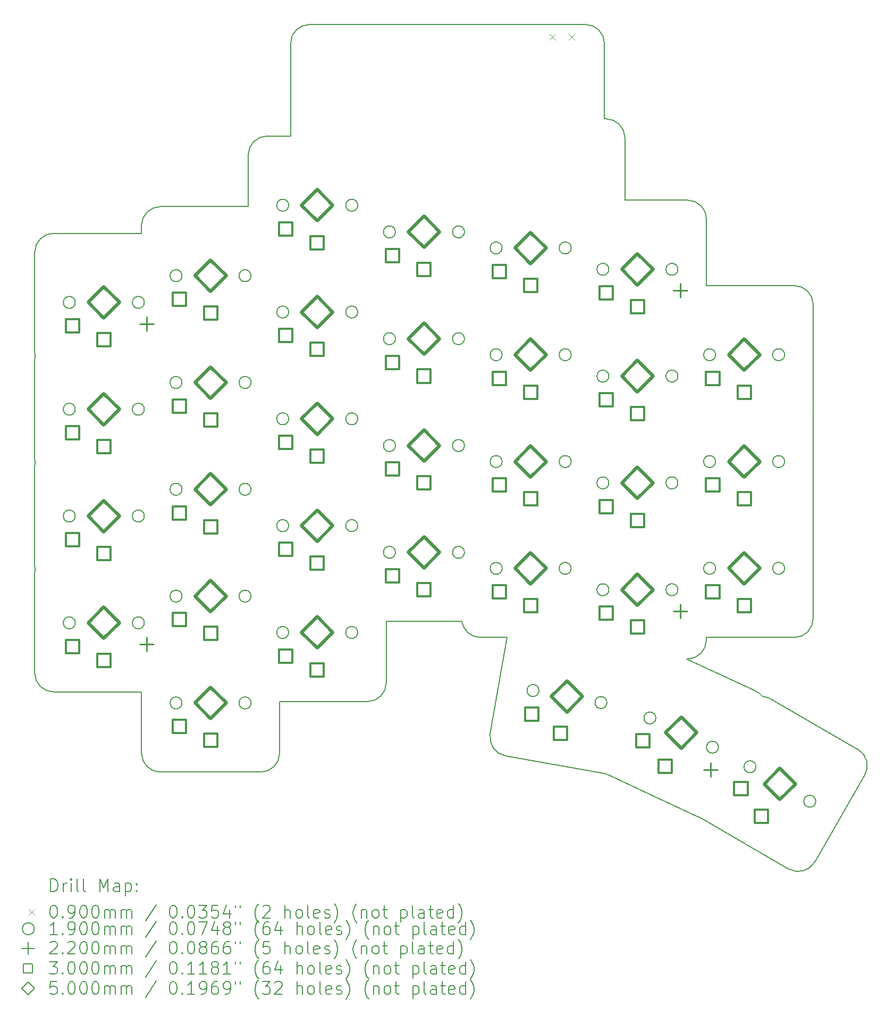
<source format=gbr>
%TF.GenerationSoftware,KiCad,Pcbnew,9.0.7+1*%
%TF.CreationDate,2026-02-15T05:04:03+00:00*%
%TF.ProjectId,left_pcb,6c656674-5f70-4636-922e-6b696361645f,v0.2*%
%TF.SameCoordinates,Original*%
%TF.FileFunction,Drillmap*%
%TF.FilePolarity,Positive*%
%FSLAX45Y45*%
G04 Gerber Fmt 4.5, Leading zero omitted, Abs format (unit mm)*
G04 Created by KiCad (PCBNEW 9.0.7+1) date 2026-02-15 05:04:03*
%MOMM*%
%LPD*%
G01*
G04 APERTURE LIST*
%ADD10C,0.150000*%
%ADD11C,0.200000*%
%ADD12C,0.100000*%
%ADD13C,0.190000*%
%ADD14C,0.220000*%
%ADD15C,0.300000*%
%ADD16C,0.500000*%
G04 APERTURE END LIST*
D10*
X2700000Y-14400000D02*
X4100000Y-14400000D01*
X2400000Y-12500000D02*
G75*
G02*
X2404196Y-12450000I299990J0D01*
G01*
X2400000Y-12500000D02*
X2400000Y-14100000D01*
X2700000Y-14400000D02*
G75*
G02*
X2400000Y-14100000I0J300000D01*
G01*
X2400000Y-10800000D02*
G75*
G02*
X2404196Y-10750000I299990J0D01*
G01*
X2400000Y-10800000D02*
X2400000Y-12400000D01*
X2404196Y-12450000D02*
G75*
G02*
X2400000Y-12400000I295794J50000D01*
G01*
X2400000Y-9100000D02*
G75*
G02*
X2404196Y-9050000I299990J0D01*
G01*
X2400000Y-9100000D02*
X2400000Y-10700000D01*
X2404196Y-10750000D02*
G75*
G02*
X2400000Y-10700000I295794J50000D01*
G01*
X4100000Y-7100000D02*
X2700000Y-7100000D01*
X2400000Y-7400000D02*
G75*
G02*
X2700000Y-7100000I300000J0D01*
G01*
X2400000Y-7400000D02*
X2400000Y-9000000D01*
X2404196Y-9050000D02*
G75*
G02*
X2400000Y-9000000I295794J50000D01*
G01*
X4400000Y-15675000D02*
X6000000Y-15675000D01*
X6300000Y-15375000D02*
G75*
G02*
X6000000Y-15675000I-300000J0D01*
G01*
X6300000Y-15375000D02*
X6300000Y-14553000D01*
X4100000Y-14400000D02*
X4100000Y-15375000D01*
X4400000Y-15675000D02*
G75*
G02*
X4100000Y-15375000I0J300000D01*
G01*
X5800000Y-6675000D02*
X4400000Y-6675000D01*
X4100000Y-6975000D02*
G75*
G02*
X4400000Y-6675000I300000J0D01*
G01*
X4100000Y-6975000D02*
X4100000Y-7100000D01*
X6300000Y-14553000D02*
X7700000Y-14553000D01*
X8000000Y-14253000D02*
G75*
G02*
X7700000Y-14553000I-300000J0D01*
G01*
X8000000Y-14253000D02*
X8000000Y-13278000D01*
X6475000Y-5553000D02*
X6100000Y-5553000D01*
X5800000Y-5853000D02*
G75*
G02*
X6100000Y-5553000I300000J0D01*
G01*
X5800000Y-5853000D02*
X5800000Y-6675000D01*
X8000000Y-13278000D02*
X9203394Y-13278000D01*
X9500000Y-13533000D02*
X9926778Y-13533000D01*
X9500000Y-13533000D02*
G75*
G02*
X9203394Y-13278000I0J300000D01*
G01*
X12783205Y-13873000D02*
X12800000Y-13873000D01*
X13100000Y-13573000D02*
G75*
G02*
X12800000Y-13873000I-300000J0D01*
G01*
X13100000Y-13573000D02*
X13100000Y-13533000D01*
X13100000Y-7933000D02*
X13100000Y-6873000D01*
X12800000Y-6573000D02*
G75*
G02*
X13100000Y-6873000I0J-300000D01*
G01*
X12800000Y-6573000D02*
X11800000Y-6573000D01*
X13100000Y-13533000D02*
X14500000Y-13533000D01*
X14800000Y-13233000D02*
G75*
G02*
X14500000Y-13533000I-300000J0D01*
G01*
X14800000Y-13233000D02*
X14800000Y-11633000D01*
X14795804Y-11583000D02*
G75*
G02*
X14800000Y-11633000I-295794J-50000D01*
G01*
X14800000Y-11533000D02*
G75*
G02*
X14795804Y-11583000I-299990J0D01*
G01*
X14800000Y-11533000D02*
X14800000Y-9933000D01*
X14795804Y-9883000D02*
G75*
G02*
X14800000Y-9933000I-295794J-50000D01*
G01*
X14800000Y-9833000D02*
G75*
G02*
X14795804Y-9883000I-299990J0D01*
G01*
X14800000Y-9833000D02*
X14800000Y-8233000D01*
X14500000Y-7933000D02*
G75*
G02*
X14800000Y-8233000I0J-300000D01*
G01*
X14500000Y-7933000D02*
X13100000Y-7933000D01*
X9899141Y-15417370D02*
X11474833Y-15695207D01*
X11491809Y-15697702D02*
G75*
G02*
X11474833Y-15695207I35131J298042D01*
G01*
X9926778Y-13533000D02*
X9655793Y-15069833D01*
X9899141Y-15417370D02*
G75*
G02*
X9655799Y-15069834I52099J295440D01*
G01*
X11507146Y-15705395D02*
X12957239Y-16381585D01*
X12993850Y-16395819D02*
G75*
G02*
X12957239Y-16381584I90180J286129D01*
G01*
X13886999Y-14387707D02*
G75*
G02*
X13994929Y-14472763I-126789J-271893D01*
G01*
X13886999Y-14387707D02*
X12783205Y-13873000D01*
X11507146Y-15705395D02*
G75*
G02*
X11491809Y-15697702I126714J271755D01*
G01*
X13026510Y-16417645D02*
X14412151Y-17217645D01*
X14821958Y-17107837D02*
G75*
G02*
X14412150Y-17217647I-259808J149997D01*
G01*
X14821958Y-17107837D02*
X15621958Y-15722197D01*
X15512151Y-15312389D02*
G75*
G02*
X15621962Y-15722199I-150001J-259811D01*
G01*
X15512151Y-15312389D02*
X14126510Y-14512389D01*
X13994930Y-14472763D02*
G75*
G02*
X14126510Y-14512389I-18420J-299437D01*
G01*
X13026510Y-16417645D02*
G75*
G02*
X12993850Y-16395819I150000J259805D01*
G01*
X11475000Y-5277000D02*
X11475000Y-4077000D01*
X11175000Y-3777000D02*
G75*
G02*
X11475000Y-4077000I0J-300000D01*
G01*
X11175000Y-3777000D02*
X6775000Y-3777000D01*
X6475000Y-4077000D02*
G75*
G02*
X6775000Y-3777000I300000J0D01*
G01*
X6475000Y-4077000D02*
X6475000Y-5553000D01*
X11800000Y-6573000D02*
X11800000Y-5577000D01*
X11500000Y-5277000D02*
G75*
G02*
X11800000Y-5577000I0J-300000D01*
G01*
X11500000Y-5277000D02*
X11475000Y-5277000D01*
D11*
D12*
X10605000Y-3929500D02*
X10695000Y-4019500D01*
X10695000Y-3929500D02*
X10605000Y-4019500D01*
X10905000Y-3929500D02*
X10995000Y-4019500D01*
X10995000Y-3929500D02*
X10905000Y-4019500D01*
D13*
X3045000Y-8200000D02*
G75*
G02*
X2855000Y-8200000I-95000J0D01*
G01*
X2855000Y-8200000D02*
G75*
G02*
X3045000Y-8200000I95000J0D01*
G01*
X3045000Y-9900000D02*
G75*
G02*
X2855000Y-9900000I-95000J0D01*
G01*
X2855000Y-9900000D02*
G75*
G02*
X3045000Y-9900000I95000J0D01*
G01*
X3045000Y-11600000D02*
G75*
G02*
X2855000Y-11600000I-95000J0D01*
G01*
X2855000Y-11600000D02*
G75*
G02*
X3045000Y-11600000I95000J0D01*
G01*
X3045000Y-13300000D02*
G75*
G02*
X2855000Y-13300000I-95000J0D01*
G01*
X2855000Y-13300000D02*
G75*
G02*
X3045000Y-13300000I95000J0D01*
G01*
X4145000Y-8200000D02*
G75*
G02*
X3955000Y-8200000I-95000J0D01*
G01*
X3955000Y-8200000D02*
G75*
G02*
X4145000Y-8200000I95000J0D01*
G01*
X4145000Y-9900000D02*
G75*
G02*
X3955000Y-9900000I-95000J0D01*
G01*
X3955000Y-9900000D02*
G75*
G02*
X4145000Y-9900000I95000J0D01*
G01*
X4145000Y-11600000D02*
G75*
G02*
X3955000Y-11600000I-95000J0D01*
G01*
X3955000Y-11600000D02*
G75*
G02*
X4145000Y-11600000I95000J0D01*
G01*
X4145000Y-13300000D02*
G75*
G02*
X3955000Y-13300000I-95000J0D01*
G01*
X3955000Y-13300000D02*
G75*
G02*
X4145000Y-13300000I95000J0D01*
G01*
X4745000Y-7775000D02*
G75*
G02*
X4555000Y-7775000I-95000J0D01*
G01*
X4555000Y-7775000D02*
G75*
G02*
X4745000Y-7775000I95000J0D01*
G01*
X4745000Y-9475000D02*
G75*
G02*
X4555000Y-9475000I-95000J0D01*
G01*
X4555000Y-9475000D02*
G75*
G02*
X4745000Y-9475000I95000J0D01*
G01*
X4745000Y-11175000D02*
G75*
G02*
X4555000Y-11175000I-95000J0D01*
G01*
X4555000Y-11175000D02*
G75*
G02*
X4745000Y-11175000I95000J0D01*
G01*
X4745000Y-12875000D02*
G75*
G02*
X4555000Y-12875000I-95000J0D01*
G01*
X4555000Y-12875000D02*
G75*
G02*
X4745000Y-12875000I95000J0D01*
G01*
X4745000Y-14575000D02*
G75*
G02*
X4555000Y-14575000I-95000J0D01*
G01*
X4555000Y-14575000D02*
G75*
G02*
X4745000Y-14575000I95000J0D01*
G01*
X5845000Y-7775000D02*
G75*
G02*
X5655000Y-7775000I-95000J0D01*
G01*
X5655000Y-7775000D02*
G75*
G02*
X5845000Y-7775000I95000J0D01*
G01*
X5845000Y-9475000D02*
G75*
G02*
X5655000Y-9475000I-95000J0D01*
G01*
X5655000Y-9475000D02*
G75*
G02*
X5845000Y-9475000I95000J0D01*
G01*
X5845000Y-11175000D02*
G75*
G02*
X5655000Y-11175000I-95000J0D01*
G01*
X5655000Y-11175000D02*
G75*
G02*
X5845000Y-11175000I95000J0D01*
G01*
X5845000Y-12875000D02*
G75*
G02*
X5655000Y-12875000I-95000J0D01*
G01*
X5655000Y-12875000D02*
G75*
G02*
X5845000Y-12875000I95000J0D01*
G01*
X5845000Y-14575000D02*
G75*
G02*
X5655000Y-14575000I-95000J0D01*
G01*
X5655000Y-14575000D02*
G75*
G02*
X5845000Y-14575000I95000J0D01*
G01*
X6445000Y-6653000D02*
G75*
G02*
X6255000Y-6653000I-95000J0D01*
G01*
X6255000Y-6653000D02*
G75*
G02*
X6445000Y-6653000I95000J0D01*
G01*
X6445000Y-8353000D02*
G75*
G02*
X6255000Y-8353000I-95000J0D01*
G01*
X6255000Y-8353000D02*
G75*
G02*
X6445000Y-8353000I95000J0D01*
G01*
X6445000Y-10053000D02*
G75*
G02*
X6255000Y-10053000I-95000J0D01*
G01*
X6255000Y-10053000D02*
G75*
G02*
X6445000Y-10053000I95000J0D01*
G01*
X6445000Y-11753000D02*
G75*
G02*
X6255000Y-11753000I-95000J0D01*
G01*
X6255000Y-11753000D02*
G75*
G02*
X6445000Y-11753000I95000J0D01*
G01*
X6445000Y-13453000D02*
G75*
G02*
X6255000Y-13453000I-95000J0D01*
G01*
X6255000Y-13453000D02*
G75*
G02*
X6445000Y-13453000I95000J0D01*
G01*
X7545000Y-6653000D02*
G75*
G02*
X7355000Y-6653000I-95000J0D01*
G01*
X7355000Y-6653000D02*
G75*
G02*
X7545000Y-6653000I95000J0D01*
G01*
X7545000Y-8353000D02*
G75*
G02*
X7355000Y-8353000I-95000J0D01*
G01*
X7355000Y-8353000D02*
G75*
G02*
X7545000Y-8353000I95000J0D01*
G01*
X7545000Y-10053000D02*
G75*
G02*
X7355000Y-10053000I-95000J0D01*
G01*
X7355000Y-10053000D02*
G75*
G02*
X7545000Y-10053000I95000J0D01*
G01*
X7545000Y-11753000D02*
G75*
G02*
X7355000Y-11753000I-95000J0D01*
G01*
X7355000Y-11753000D02*
G75*
G02*
X7545000Y-11753000I95000J0D01*
G01*
X7545000Y-13453000D02*
G75*
G02*
X7355000Y-13453000I-95000J0D01*
G01*
X7355000Y-13453000D02*
G75*
G02*
X7545000Y-13453000I95000J0D01*
G01*
X8145000Y-7078000D02*
G75*
G02*
X7955000Y-7078000I-95000J0D01*
G01*
X7955000Y-7078000D02*
G75*
G02*
X8145000Y-7078000I95000J0D01*
G01*
X8145000Y-8778000D02*
G75*
G02*
X7955000Y-8778000I-95000J0D01*
G01*
X7955000Y-8778000D02*
G75*
G02*
X8145000Y-8778000I95000J0D01*
G01*
X8145000Y-10478000D02*
G75*
G02*
X7955000Y-10478000I-95000J0D01*
G01*
X7955000Y-10478000D02*
G75*
G02*
X8145000Y-10478000I95000J0D01*
G01*
X8145000Y-12178000D02*
G75*
G02*
X7955000Y-12178000I-95000J0D01*
G01*
X7955000Y-12178000D02*
G75*
G02*
X8145000Y-12178000I95000J0D01*
G01*
X9245000Y-7078000D02*
G75*
G02*
X9055000Y-7078000I-95000J0D01*
G01*
X9055000Y-7078000D02*
G75*
G02*
X9245000Y-7078000I95000J0D01*
G01*
X9245000Y-8778000D02*
G75*
G02*
X9055000Y-8778000I-95000J0D01*
G01*
X9055000Y-8778000D02*
G75*
G02*
X9245000Y-8778000I95000J0D01*
G01*
X9245000Y-10478000D02*
G75*
G02*
X9055000Y-10478000I-95000J0D01*
G01*
X9055000Y-10478000D02*
G75*
G02*
X9245000Y-10478000I95000J0D01*
G01*
X9245000Y-12178000D02*
G75*
G02*
X9055000Y-12178000I-95000J0D01*
G01*
X9055000Y-12178000D02*
G75*
G02*
X9245000Y-12178000I95000J0D01*
G01*
X9845000Y-7333000D02*
G75*
G02*
X9655000Y-7333000I-95000J0D01*
G01*
X9655000Y-7333000D02*
G75*
G02*
X9845000Y-7333000I95000J0D01*
G01*
X9845000Y-9033000D02*
G75*
G02*
X9655000Y-9033000I-95000J0D01*
G01*
X9655000Y-9033000D02*
G75*
G02*
X9845000Y-9033000I95000J0D01*
G01*
X9845000Y-10733000D02*
G75*
G02*
X9655000Y-10733000I-95000J0D01*
G01*
X9655000Y-10733000D02*
G75*
G02*
X9845000Y-10733000I95000J0D01*
G01*
X9845000Y-12433000D02*
G75*
G02*
X9655000Y-12433000I-95000J0D01*
G01*
X9655000Y-12433000D02*
G75*
G02*
X9845000Y-12433000I95000J0D01*
G01*
X10431356Y-14377493D02*
G75*
G02*
X10241356Y-14377493I-95000J0D01*
G01*
X10241356Y-14377493D02*
G75*
G02*
X10431356Y-14377493I95000J0D01*
G01*
X10945000Y-7333000D02*
G75*
G02*
X10755000Y-7333000I-95000J0D01*
G01*
X10755000Y-7333000D02*
G75*
G02*
X10945000Y-7333000I95000J0D01*
G01*
X10945000Y-9033000D02*
G75*
G02*
X10755000Y-9033000I-95000J0D01*
G01*
X10755000Y-9033000D02*
G75*
G02*
X10945000Y-9033000I95000J0D01*
G01*
X10945000Y-10733000D02*
G75*
G02*
X10755000Y-10733000I-95000J0D01*
G01*
X10755000Y-10733000D02*
G75*
G02*
X10945000Y-10733000I95000J0D01*
G01*
X10945000Y-12433000D02*
G75*
G02*
X10755000Y-12433000I-95000J0D01*
G01*
X10755000Y-12433000D02*
G75*
G02*
X10945000Y-12433000I95000J0D01*
G01*
X11514644Y-14568506D02*
G75*
G02*
X11324644Y-14568506I-95000J0D01*
G01*
X11324644Y-14568506D02*
G75*
G02*
X11514644Y-14568506I95000J0D01*
G01*
X11545000Y-7673000D02*
G75*
G02*
X11355000Y-7673000I-95000J0D01*
G01*
X11355000Y-7673000D02*
G75*
G02*
X11545000Y-7673000I95000J0D01*
G01*
X11545000Y-9373000D02*
G75*
G02*
X11355000Y-9373000I-95000J0D01*
G01*
X11355000Y-9373000D02*
G75*
G02*
X11545000Y-9373000I95000J0D01*
G01*
X11545000Y-11073000D02*
G75*
G02*
X11355000Y-11073000I-95000J0D01*
G01*
X11355000Y-11073000D02*
G75*
G02*
X11545000Y-11073000I95000J0D01*
G01*
X11545000Y-12773000D02*
G75*
G02*
X11355000Y-12773000I-95000J0D01*
G01*
X11355000Y-12773000D02*
G75*
G02*
X11545000Y-12773000I95000J0D01*
G01*
X12293603Y-14814111D02*
G75*
G02*
X12103603Y-14814111I-95000J0D01*
G01*
X12103603Y-14814111D02*
G75*
G02*
X12293603Y-14814111I95000J0D01*
G01*
X12645000Y-7673000D02*
G75*
G02*
X12455000Y-7673000I-95000J0D01*
G01*
X12455000Y-7673000D02*
G75*
G02*
X12645000Y-7673000I95000J0D01*
G01*
X12645000Y-9373000D02*
G75*
G02*
X12455000Y-9373000I-95000J0D01*
G01*
X12455000Y-9373000D02*
G75*
G02*
X12645000Y-9373000I95000J0D01*
G01*
X12645000Y-11073000D02*
G75*
G02*
X12455000Y-11073000I-95000J0D01*
G01*
X12455000Y-11073000D02*
G75*
G02*
X12645000Y-11073000I95000J0D01*
G01*
X12645000Y-12773000D02*
G75*
G02*
X12455000Y-12773000I-95000J0D01*
G01*
X12455000Y-12773000D02*
G75*
G02*
X12645000Y-12773000I95000J0D01*
G01*
X13245000Y-9033000D02*
G75*
G02*
X13055000Y-9033000I-95000J0D01*
G01*
X13055000Y-9033000D02*
G75*
G02*
X13245000Y-9033000I95000J0D01*
G01*
X13245000Y-10733000D02*
G75*
G02*
X13055000Y-10733000I-95000J0D01*
G01*
X13055000Y-10733000D02*
G75*
G02*
X13245000Y-10733000I95000J0D01*
G01*
X13245000Y-12433000D02*
G75*
G02*
X13055000Y-12433000I-95000J0D01*
G01*
X13055000Y-12433000D02*
G75*
G02*
X13245000Y-12433000I95000J0D01*
G01*
X13290542Y-15278991D02*
G75*
G02*
X13100542Y-15278991I-95000J0D01*
G01*
X13100542Y-15278991D02*
G75*
G02*
X13290542Y-15278991I95000J0D01*
G01*
X13888016Y-15590017D02*
G75*
G02*
X13698016Y-15590017I-95000J0D01*
G01*
X13698016Y-15590017D02*
G75*
G02*
X13888016Y-15590017I95000J0D01*
G01*
X14345000Y-9033000D02*
G75*
G02*
X14155000Y-9033000I-95000J0D01*
G01*
X14155000Y-9033000D02*
G75*
G02*
X14345000Y-9033000I95000J0D01*
G01*
X14345000Y-10733000D02*
G75*
G02*
X14155000Y-10733000I-95000J0D01*
G01*
X14155000Y-10733000D02*
G75*
G02*
X14345000Y-10733000I95000J0D01*
G01*
X14345000Y-12433000D02*
G75*
G02*
X14155000Y-12433000I-95000J0D01*
G01*
X14155000Y-12433000D02*
G75*
G02*
X14345000Y-12433000I95000J0D01*
G01*
X14840644Y-16140017D02*
G75*
G02*
X14650644Y-16140017I-95000J0D01*
G01*
X14650644Y-16140017D02*
G75*
G02*
X14840644Y-16140017I95000J0D01*
G01*
D14*
X4180000Y-8430000D02*
X4180000Y-8650000D01*
X4070000Y-8540000D02*
X4290000Y-8540000D01*
X4180000Y-13530000D02*
X4180000Y-13750000D01*
X4070000Y-13640000D02*
X4290000Y-13640000D01*
X12680000Y-7903000D02*
X12680000Y-8123000D01*
X12570000Y-8013000D02*
X12790000Y-8013000D01*
X12680000Y-13003000D02*
X12680000Y-13223000D01*
X12570000Y-13113000D02*
X12790000Y-13113000D01*
X13169672Y-15532076D02*
X13169672Y-15752076D01*
X13059672Y-15642076D02*
X13279672Y-15642076D01*
D15*
X3106067Y-8681067D02*
X3106067Y-8468933D01*
X2893933Y-8468933D01*
X2893933Y-8681067D01*
X3106067Y-8681067D01*
X3106067Y-10381067D02*
X3106067Y-10168933D01*
X2893933Y-10168933D01*
X2893933Y-10381067D01*
X3106067Y-10381067D01*
X3106067Y-12081067D02*
X3106067Y-11868933D01*
X2893933Y-11868933D01*
X2893933Y-12081067D01*
X3106067Y-12081067D01*
X3106067Y-13781067D02*
X3106067Y-13568933D01*
X2893933Y-13568933D01*
X2893933Y-13781067D01*
X3106067Y-13781067D01*
X3606067Y-8901067D02*
X3606067Y-8688933D01*
X3393933Y-8688933D01*
X3393933Y-8901067D01*
X3606067Y-8901067D01*
X3606067Y-10601067D02*
X3606067Y-10388933D01*
X3393933Y-10388933D01*
X3393933Y-10601067D01*
X3606067Y-10601067D01*
X3606067Y-12301067D02*
X3606067Y-12088933D01*
X3393933Y-12088933D01*
X3393933Y-12301067D01*
X3606067Y-12301067D01*
X3606067Y-14001067D02*
X3606067Y-13788933D01*
X3393933Y-13788933D01*
X3393933Y-14001067D01*
X3606067Y-14001067D01*
X4806067Y-8256067D02*
X4806067Y-8043933D01*
X4593933Y-8043933D01*
X4593933Y-8256067D01*
X4806067Y-8256067D01*
X4806067Y-9956067D02*
X4806067Y-9743933D01*
X4593933Y-9743933D01*
X4593933Y-9956067D01*
X4806067Y-9956067D01*
X4806067Y-11656067D02*
X4806067Y-11443933D01*
X4593933Y-11443933D01*
X4593933Y-11656067D01*
X4806067Y-11656067D01*
X4806067Y-13356067D02*
X4806067Y-13143933D01*
X4593933Y-13143933D01*
X4593933Y-13356067D01*
X4806067Y-13356067D01*
X4806067Y-15056067D02*
X4806067Y-14843933D01*
X4593933Y-14843933D01*
X4593933Y-15056067D01*
X4806067Y-15056067D01*
X5306067Y-8476067D02*
X5306067Y-8263933D01*
X5093933Y-8263933D01*
X5093933Y-8476067D01*
X5306067Y-8476067D01*
X5306067Y-10176067D02*
X5306067Y-9963933D01*
X5093933Y-9963933D01*
X5093933Y-10176067D01*
X5306067Y-10176067D01*
X5306067Y-11876067D02*
X5306067Y-11663933D01*
X5093933Y-11663933D01*
X5093933Y-11876067D01*
X5306067Y-11876067D01*
X5306067Y-13576067D02*
X5306067Y-13363933D01*
X5093933Y-13363933D01*
X5093933Y-13576067D01*
X5306067Y-13576067D01*
X5306067Y-15276067D02*
X5306067Y-15063933D01*
X5093933Y-15063933D01*
X5093933Y-15276067D01*
X5306067Y-15276067D01*
X6506067Y-7134067D02*
X6506067Y-6921933D01*
X6293933Y-6921933D01*
X6293933Y-7134067D01*
X6506067Y-7134067D01*
X6506067Y-8834067D02*
X6506067Y-8621933D01*
X6293933Y-8621933D01*
X6293933Y-8834067D01*
X6506067Y-8834067D01*
X6506067Y-10534067D02*
X6506067Y-10321933D01*
X6293933Y-10321933D01*
X6293933Y-10534067D01*
X6506067Y-10534067D01*
X6506067Y-12234067D02*
X6506067Y-12021933D01*
X6293933Y-12021933D01*
X6293933Y-12234067D01*
X6506067Y-12234067D01*
X6506067Y-13934067D02*
X6506067Y-13721933D01*
X6293933Y-13721933D01*
X6293933Y-13934067D01*
X6506067Y-13934067D01*
X7006067Y-7354067D02*
X7006067Y-7141933D01*
X6793933Y-7141933D01*
X6793933Y-7354067D01*
X7006067Y-7354067D01*
X7006067Y-9054067D02*
X7006067Y-8841933D01*
X6793933Y-8841933D01*
X6793933Y-9054067D01*
X7006067Y-9054067D01*
X7006067Y-10754067D02*
X7006067Y-10541933D01*
X6793933Y-10541933D01*
X6793933Y-10754067D01*
X7006067Y-10754067D01*
X7006067Y-12454067D02*
X7006067Y-12241933D01*
X6793933Y-12241933D01*
X6793933Y-12454067D01*
X7006067Y-12454067D01*
X7006067Y-14154067D02*
X7006067Y-13941933D01*
X6793933Y-13941933D01*
X6793933Y-14154067D01*
X7006067Y-14154067D01*
X8206067Y-7559067D02*
X8206067Y-7346933D01*
X7993933Y-7346933D01*
X7993933Y-7559067D01*
X8206067Y-7559067D01*
X8206067Y-9259067D02*
X8206067Y-9046933D01*
X7993933Y-9046933D01*
X7993933Y-9259067D01*
X8206067Y-9259067D01*
X8206067Y-10959067D02*
X8206067Y-10746933D01*
X7993933Y-10746933D01*
X7993933Y-10959067D01*
X8206067Y-10959067D01*
X8206067Y-12659067D02*
X8206067Y-12446933D01*
X7993933Y-12446933D01*
X7993933Y-12659067D01*
X8206067Y-12659067D01*
X8706067Y-7779067D02*
X8706067Y-7566933D01*
X8493933Y-7566933D01*
X8493933Y-7779067D01*
X8706067Y-7779067D01*
X8706067Y-9479067D02*
X8706067Y-9266933D01*
X8493933Y-9266933D01*
X8493933Y-9479067D01*
X8706067Y-9479067D01*
X8706067Y-11179067D02*
X8706067Y-10966933D01*
X8493933Y-10966933D01*
X8493933Y-11179067D01*
X8706067Y-11179067D01*
X8706067Y-12879067D02*
X8706067Y-12666933D01*
X8493933Y-12666933D01*
X8493933Y-12879067D01*
X8706067Y-12879067D01*
X9906067Y-7814067D02*
X9906067Y-7601933D01*
X9693933Y-7601933D01*
X9693933Y-7814067D01*
X9906067Y-7814067D01*
X9906067Y-9514067D02*
X9906067Y-9301933D01*
X9693933Y-9301933D01*
X9693933Y-9514067D01*
X9906067Y-9514067D01*
X9906067Y-11214067D02*
X9906067Y-11001933D01*
X9693933Y-11001933D01*
X9693933Y-11214067D01*
X9906067Y-11214067D01*
X9906067Y-12914067D02*
X9906067Y-12701933D01*
X9693933Y-12701933D01*
X9693933Y-12914067D01*
X9906067Y-12914067D01*
X10406067Y-8034067D02*
X10406067Y-7821933D01*
X10193933Y-7821933D01*
X10193933Y-8034067D01*
X10406067Y-8034067D01*
X10406067Y-9734067D02*
X10406067Y-9521933D01*
X10193933Y-9521933D01*
X10193933Y-9734067D01*
X10406067Y-9734067D01*
X10406067Y-11434067D02*
X10406067Y-11221933D01*
X10193933Y-11221933D01*
X10193933Y-11434067D01*
X10406067Y-11434067D01*
X10406067Y-13134067D02*
X10406067Y-12921933D01*
X10193933Y-12921933D01*
X10193933Y-13134067D01*
X10406067Y-13134067D01*
X10426545Y-14861546D02*
X10426545Y-14649412D01*
X10214411Y-14649412D01*
X10214411Y-14861546D01*
X10426545Y-14861546D01*
X10880746Y-15165028D02*
X10880746Y-14952894D01*
X10668612Y-14952894D01*
X10668612Y-15165028D01*
X10880746Y-15165028D01*
X11606067Y-8154067D02*
X11606067Y-7941933D01*
X11393933Y-7941933D01*
X11393933Y-8154067D01*
X11606067Y-8154067D01*
X11606067Y-9854067D02*
X11606067Y-9641933D01*
X11393933Y-9641933D01*
X11393933Y-9854067D01*
X11606067Y-9854067D01*
X11606067Y-11554067D02*
X11606067Y-11341933D01*
X11393933Y-11341933D01*
X11393933Y-11554067D01*
X11606067Y-11554067D01*
X11606067Y-13254067D02*
X11606067Y-13041933D01*
X11393933Y-13041933D01*
X11393933Y-13254067D01*
X11606067Y-13254067D01*
X12106067Y-8374067D02*
X12106067Y-8161933D01*
X11893933Y-8161933D01*
X11893933Y-8374067D01*
X12106067Y-8374067D01*
X12106067Y-10074067D02*
X12106067Y-9861933D01*
X11893933Y-9861933D01*
X11893933Y-10074067D01*
X12106067Y-10074067D01*
X12106067Y-11774067D02*
X12106067Y-11561933D01*
X11893933Y-11561933D01*
X11893933Y-11774067D01*
X12106067Y-11774067D01*
X12106067Y-13474067D02*
X12106067Y-13261933D01*
X11893933Y-13261933D01*
X11893933Y-13474067D01*
X12106067Y-13474067D01*
X12191504Y-15281175D02*
X12191504Y-15069041D01*
X11979370Y-15069041D01*
X11979370Y-15281175D01*
X12191504Y-15281175D01*
X12551682Y-15691871D02*
X12551682Y-15479737D01*
X12339548Y-15479737D01*
X12339548Y-15691871D01*
X12551682Y-15691871D01*
X13306067Y-9514067D02*
X13306067Y-9301933D01*
X13093933Y-9301933D01*
X13093933Y-9514067D01*
X13306067Y-9514067D01*
X13306067Y-11214067D02*
X13306067Y-11001933D01*
X13093933Y-11001933D01*
X13093933Y-11214067D01*
X13306067Y-11214067D01*
X13306067Y-12914067D02*
X13306067Y-12701933D01*
X13093933Y-12701933D01*
X13093933Y-12914067D01*
X13306067Y-12914067D01*
X13754885Y-16045843D02*
X13754885Y-15833709D01*
X13542751Y-15833709D01*
X13542751Y-16045843D01*
X13754885Y-16045843D01*
X13806067Y-9734067D02*
X13806067Y-9521933D01*
X13593933Y-9521933D01*
X13593933Y-9734067D01*
X13806067Y-9734067D01*
X13806067Y-11434067D02*
X13806067Y-11221933D01*
X13593933Y-11221933D01*
X13593933Y-11434067D01*
X13806067Y-11434067D01*
X13806067Y-13134067D02*
X13806067Y-12921933D01*
X13593933Y-12921933D01*
X13593933Y-13134067D01*
X13806067Y-13134067D01*
X14077897Y-16486369D02*
X14077897Y-16274235D01*
X13865763Y-16274235D01*
X13865763Y-16486369D01*
X14077897Y-16486369D01*
D16*
X3500000Y-8450000D02*
X3750000Y-8200000D01*
X3500000Y-7950000D01*
X3250000Y-8200000D01*
X3500000Y-8450000D01*
X3500000Y-10150000D02*
X3750000Y-9900000D01*
X3500000Y-9650000D01*
X3250000Y-9900000D01*
X3500000Y-10150000D01*
X3500000Y-11850000D02*
X3750000Y-11600000D01*
X3500000Y-11350000D01*
X3250000Y-11600000D01*
X3500000Y-11850000D01*
X3500000Y-13550000D02*
X3750000Y-13300000D01*
X3500000Y-13050000D01*
X3250000Y-13300000D01*
X3500000Y-13550000D01*
X5200000Y-8025000D02*
X5450000Y-7775000D01*
X5200000Y-7525000D01*
X4950000Y-7775000D01*
X5200000Y-8025000D01*
X5200000Y-9725000D02*
X5450000Y-9475000D01*
X5200000Y-9225000D01*
X4950000Y-9475000D01*
X5200000Y-9725000D01*
X5200000Y-11425000D02*
X5450000Y-11175000D01*
X5200000Y-10925000D01*
X4950000Y-11175000D01*
X5200000Y-11425000D01*
X5200000Y-13125000D02*
X5450000Y-12875000D01*
X5200000Y-12625000D01*
X4950000Y-12875000D01*
X5200000Y-13125000D01*
X5200000Y-14825000D02*
X5450000Y-14575000D01*
X5200000Y-14325000D01*
X4950000Y-14575000D01*
X5200000Y-14825000D01*
X6900000Y-6903000D02*
X7150000Y-6653000D01*
X6900000Y-6403000D01*
X6650000Y-6653000D01*
X6900000Y-6903000D01*
X6900000Y-8603000D02*
X7150000Y-8353000D01*
X6900000Y-8103000D01*
X6650000Y-8353000D01*
X6900000Y-8603000D01*
X6900000Y-10303000D02*
X7150000Y-10053000D01*
X6900000Y-9803000D01*
X6650000Y-10053000D01*
X6900000Y-10303000D01*
X6900000Y-12003000D02*
X7150000Y-11753000D01*
X6900000Y-11503000D01*
X6650000Y-11753000D01*
X6900000Y-12003000D01*
X6900000Y-13703000D02*
X7150000Y-13453000D01*
X6900000Y-13203000D01*
X6650000Y-13453000D01*
X6900000Y-13703000D01*
X8600000Y-7328000D02*
X8850000Y-7078000D01*
X8600000Y-6828000D01*
X8350000Y-7078000D01*
X8600000Y-7328000D01*
X8600000Y-9028000D02*
X8850000Y-8778000D01*
X8600000Y-8528000D01*
X8350000Y-8778000D01*
X8600000Y-9028000D01*
X8600000Y-10728000D02*
X8850000Y-10478000D01*
X8600000Y-10228000D01*
X8350000Y-10478000D01*
X8600000Y-10728000D01*
X8600000Y-12428000D02*
X8850000Y-12178000D01*
X8600000Y-11928000D01*
X8350000Y-12178000D01*
X8600000Y-12428000D01*
X10300000Y-7583000D02*
X10550000Y-7333000D01*
X10300000Y-7083000D01*
X10050000Y-7333000D01*
X10300000Y-7583000D01*
X10300000Y-9283000D02*
X10550000Y-9033000D01*
X10300000Y-8783000D01*
X10050000Y-9033000D01*
X10300000Y-9283000D01*
X10300000Y-10983000D02*
X10550000Y-10733000D01*
X10300000Y-10483000D01*
X10050000Y-10733000D01*
X10300000Y-10983000D01*
X10300000Y-12683000D02*
X10550000Y-12433000D01*
X10300000Y-12183000D01*
X10050000Y-12433000D01*
X10300000Y-12683000D01*
X10878000Y-14723000D02*
X11128000Y-14473000D01*
X10878000Y-14223000D01*
X10628000Y-14473000D01*
X10878000Y-14723000D01*
X12000000Y-7923000D02*
X12250000Y-7673000D01*
X12000000Y-7423000D01*
X11750000Y-7673000D01*
X12000000Y-7923000D01*
X12000000Y-9623000D02*
X12250000Y-9373000D01*
X12000000Y-9123000D01*
X11750000Y-9373000D01*
X12000000Y-9623000D01*
X12000000Y-11323000D02*
X12250000Y-11073000D01*
X12000000Y-10823000D01*
X11750000Y-11073000D01*
X12000000Y-11323000D01*
X12000000Y-13023000D02*
X12250000Y-12773000D01*
X12000000Y-12523000D01*
X11750000Y-12773000D01*
X12000000Y-13023000D01*
X12697073Y-15296551D02*
X12947073Y-15046551D01*
X12697073Y-14796551D01*
X12447073Y-15046551D01*
X12697073Y-15296551D01*
X13700000Y-9283000D02*
X13950000Y-9033000D01*
X13700000Y-8783000D01*
X13450000Y-9033000D01*
X13700000Y-9283000D01*
X13700000Y-10983000D02*
X13950000Y-10733000D01*
X13700000Y-10483000D01*
X13450000Y-10733000D01*
X13700000Y-10983000D01*
X13700000Y-12683000D02*
X13950000Y-12433000D01*
X13700000Y-12183000D01*
X13450000Y-12433000D01*
X13700000Y-12683000D01*
X14269330Y-16115017D02*
X14519330Y-15865017D01*
X14269330Y-15615017D01*
X14019330Y-15865017D01*
X14269330Y-16115017D01*
D11*
X2653277Y-17576823D02*
X2653277Y-17376823D01*
X2653277Y-17376823D02*
X2700896Y-17376823D01*
X2700896Y-17376823D02*
X2729467Y-17386347D01*
X2729467Y-17386347D02*
X2748515Y-17405395D01*
X2748515Y-17405395D02*
X2758039Y-17424442D01*
X2758039Y-17424442D02*
X2767563Y-17462537D01*
X2767563Y-17462537D02*
X2767563Y-17491109D01*
X2767563Y-17491109D02*
X2758039Y-17529204D01*
X2758039Y-17529204D02*
X2748515Y-17548252D01*
X2748515Y-17548252D02*
X2729467Y-17567299D01*
X2729467Y-17567299D02*
X2700896Y-17576823D01*
X2700896Y-17576823D02*
X2653277Y-17576823D01*
X2853277Y-17576823D02*
X2853277Y-17443490D01*
X2853277Y-17481585D02*
X2862801Y-17462537D01*
X2862801Y-17462537D02*
X2872324Y-17453014D01*
X2872324Y-17453014D02*
X2891372Y-17443490D01*
X2891372Y-17443490D02*
X2910420Y-17443490D01*
X2977086Y-17576823D02*
X2977086Y-17443490D01*
X2977086Y-17376823D02*
X2967562Y-17386347D01*
X2967562Y-17386347D02*
X2977086Y-17395871D01*
X2977086Y-17395871D02*
X2986610Y-17386347D01*
X2986610Y-17386347D02*
X2977086Y-17376823D01*
X2977086Y-17376823D02*
X2977086Y-17395871D01*
X3100896Y-17576823D02*
X3081848Y-17567299D01*
X3081848Y-17567299D02*
X3072324Y-17548252D01*
X3072324Y-17548252D02*
X3072324Y-17376823D01*
X3205658Y-17576823D02*
X3186610Y-17567299D01*
X3186610Y-17567299D02*
X3177086Y-17548252D01*
X3177086Y-17548252D02*
X3177086Y-17376823D01*
X3434229Y-17576823D02*
X3434229Y-17376823D01*
X3434229Y-17376823D02*
X3500896Y-17519680D01*
X3500896Y-17519680D02*
X3567562Y-17376823D01*
X3567562Y-17376823D02*
X3567562Y-17576823D01*
X3748515Y-17576823D02*
X3748515Y-17472061D01*
X3748515Y-17472061D02*
X3738991Y-17453014D01*
X3738991Y-17453014D02*
X3719943Y-17443490D01*
X3719943Y-17443490D02*
X3681848Y-17443490D01*
X3681848Y-17443490D02*
X3662801Y-17453014D01*
X3748515Y-17567299D02*
X3729467Y-17576823D01*
X3729467Y-17576823D02*
X3681848Y-17576823D01*
X3681848Y-17576823D02*
X3662801Y-17567299D01*
X3662801Y-17567299D02*
X3653277Y-17548252D01*
X3653277Y-17548252D02*
X3653277Y-17529204D01*
X3653277Y-17529204D02*
X3662801Y-17510156D01*
X3662801Y-17510156D02*
X3681848Y-17500633D01*
X3681848Y-17500633D02*
X3729467Y-17500633D01*
X3729467Y-17500633D02*
X3748515Y-17491109D01*
X3843753Y-17443490D02*
X3843753Y-17643490D01*
X3843753Y-17453014D02*
X3862801Y-17443490D01*
X3862801Y-17443490D02*
X3900896Y-17443490D01*
X3900896Y-17443490D02*
X3919943Y-17453014D01*
X3919943Y-17453014D02*
X3929467Y-17462537D01*
X3929467Y-17462537D02*
X3938991Y-17481585D01*
X3938991Y-17481585D02*
X3938991Y-17538728D01*
X3938991Y-17538728D02*
X3929467Y-17557775D01*
X3929467Y-17557775D02*
X3919943Y-17567299D01*
X3919943Y-17567299D02*
X3900896Y-17576823D01*
X3900896Y-17576823D02*
X3862801Y-17576823D01*
X3862801Y-17576823D02*
X3843753Y-17567299D01*
X4024705Y-17557775D02*
X4034229Y-17567299D01*
X4034229Y-17567299D02*
X4024705Y-17576823D01*
X4024705Y-17576823D02*
X4015182Y-17567299D01*
X4015182Y-17567299D02*
X4024705Y-17557775D01*
X4024705Y-17557775D02*
X4024705Y-17576823D01*
X4024705Y-17453014D02*
X4034229Y-17462537D01*
X4034229Y-17462537D02*
X4024705Y-17472061D01*
X4024705Y-17472061D02*
X4015182Y-17462537D01*
X4015182Y-17462537D02*
X4024705Y-17453014D01*
X4024705Y-17453014D02*
X4024705Y-17472061D01*
D12*
X2302500Y-17860339D02*
X2392500Y-17950339D01*
X2392500Y-17860339D02*
X2302500Y-17950339D01*
D11*
X2691372Y-17796823D02*
X2710420Y-17796823D01*
X2710420Y-17796823D02*
X2729467Y-17806347D01*
X2729467Y-17806347D02*
X2738991Y-17815871D01*
X2738991Y-17815871D02*
X2748515Y-17834918D01*
X2748515Y-17834918D02*
X2758039Y-17873014D01*
X2758039Y-17873014D02*
X2758039Y-17920633D01*
X2758039Y-17920633D02*
X2748515Y-17958728D01*
X2748515Y-17958728D02*
X2738991Y-17977775D01*
X2738991Y-17977775D02*
X2729467Y-17987299D01*
X2729467Y-17987299D02*
X2710420Y-17996823D01*
X2710420Y-17996823D02*
X2691372Y-17996823D01*
X2691372Y-17996823D02*
X2672324Y-17987299D01*
X2672324Y-17987299D02*
X2662801Y-17977775D01*
X2662801Y-17977775D02*
X2653277Y-17958728D01*
X2653277Y-17958728D02*
X2643753Y-17920633D01*
X2643753Y-17920633D02*
X2643753Y-17873014D01*
X2643753Y-17873014D02*
X2653277Y-17834918D01*
X2653277Y-17834918D02*
X2662801Y-17815871D01*
X2662801Y-17815871D02*
X2672324Y-17806347D01*
X2672324Y-17806347D02*
X2691372Y-17796823D01*
X2843753Y-17977775D02*
X2853277Y-17987299D01*
X2853277Y-17987299D02*
X2843753Y-17996823D01*
X2843753Y-17996823D02*
X2834229Y-17987299D01*
X2834229Y-17987299D02*
X2843753Y-17977775D01*
X2843753Y-17977775D02*
X2843753Y-17996823D01*
X2948515Y-17996823D02*
X2986610Y-17996823D01*
X2986610Y-17996823D02*
X3005658Y-17987299D01*
X3005658Y-17987299D02*
X3015182Y-17977775D01*
X3015182Y-17977775D02*
X3034229Y-17949204D01*
X3034229Y-17949204D02*
X3043753Y-17911109D01*
X3043753Y-17911109D02*
X3043753Y-17834918D01*
X3043753Y-17834918D02*
X3034229Y-17815871D01*
X3034229Y-17815871D02*
X3024705Y-17806347D01*
X3024705Y-17806347D02*
X3005658Y-17796823D01*
X3005658Y-17796823D02*
X2967562Y-17796823D01*
X2967562Y-17796823D02*
X2948515Y-17806347D01*
X2948515Y-17806347D02*
X2938991Y-17815871D01*
X2938991Y-17815871D02*
X2929467Y-17834918D01*
X2929467Y-17834918D02*
X2929467Y-17882537D01*
X2929467Y-17882537D02*
X2938991Y-17901585D01*
X2938991Y-17901585D02*
X2948515Y-17911109D01*
X2948515Y-17911109D02*
X2967562Y-17920633D01*
X2967562Y-17920633D02*
X3005658Y-17920633D01*
X3005658Y-17920633D02*
X3024705Y-17911109D01*
X3024705Y-17911109D02*
X3034229Y-17901585D01*
X3034229Y-17901585D02*
X3043753Y-17882537D01*
X3167562Y-17796823D02*
X3186610Y-17796823D01*
X3186610Y-17796823D02*
X3205658Y-17806347D01*
X3205658Y-17806347D02*
X3215182Y-17815871D01*
X3215182Y-17815871D02*
X3224705Y-17834918D01*
X3224705Y-17834918D02*
X3234229Y-17873014D01*
X3234229Y-17873014D02*
X3234229Y-17920633D01*
X3234229Y-17920633D02*
X3224705Y-17958728D01*
X3224705Y-17958728D02*
X3215182Y-17977775D01*
X3215182Y-17977775D02*
X3205658Y-17987299D01*
X3205658Y-17987299D02*
X3186610Y-17996823D01*
X3186610Y-17996823D02*
X3167562Y-17996823D01*
X3167562Y-17996823D02*
X3148515Y-17987299D01*
X3148515Y-17987299D02*
X3138991Y-17977775D01*
X3138991Y-17977775D02*
X3129467Y-17958728D01*
X3129467Y-17958728D02*
X3119943Y-17920633D01*
X3119943Y-17920633D02*
X3119943Y-17873014D01*
X3119943Y-17873014D02*
X3129467Y-17834918D01*
X3129467Y-17834918D02*
X3138991Y-17815871D01*
X3138991Y-17815871D02*
X3148515Y-17806347D01*
X3148515Y-17806347D02*
X3167562Y-17796823D01*
X3358039Y-17796823D02*
X3377086Y-17796823D01*
X3377086Y-17796823D02*
X3396134Y-17806347D01*
X3396134Y-17806347D02*
X3405658Y-17815871D01*
X3405658Y-17815871D02*
X3415182Y-17834918D01*
X3415182Y-17834918D02*
X3424705Y-17873014D01*
X3424705Y-17873014D02*
X3424705Y-17920633D01*
X3424705Y-17920633D02*
X3415182Y-17958728D01*
X3415182Y-17958728D02*
X3405658Y-17977775D01*
X3405658Y-17977775D02*
X3396134Y-17987299D01*
X3396134Y-17987299D02*
X3377086Y-17996823D01*
X3377086Y-17996823D02*
X3358039Y-17996823D01*
X3358039Y-17996823D02*
X3338991Y-17987299D01*
X3338991Y-17987299D02*
X3329467Y-17977775D01*
X3329467Y-17977775D02*
X3319943Y-17958728D01*
X3319943Y-17958728D02*
X3310420Y-17920633D01*
X3310420Y-17920633D02*
X3310420Y-17873014D01*
X3310420Y-17873014D02*
X3319943Y-17834918D01*
X3319943Y-17834918D02*
X3329467Y-17815871D01*
X3329467Y-17815871D02*
X3338991Y-17806347D01*
X3338991Y-17806347D02*
X3358039Y-17796823D01*
X3510420Y-17996823D02*
X3510420Y-17863490D01*
X3510420Y-17882537D02*
X3519943Y-17873014D01*
X3519943Y-17873014D02*
X3538991Y-17863490D01*
X3538991Y-17863490D02*
X3567563Y-17863490D01*
X3567563Y-17863490D02*
X3586610Y-17873014D01*
X3586610Y-17873014D02*
X3596134Y-17892061D01*
X3596134Y-17892061D02*
X3596134Y-17996823D01*
X3596134Y-17892061D02*
X3605658Y-17873014D01*
X3605658Y-17873014D02*
X3624705Y-17863490D01*
X3624705Y-17863490D02*
X3653277Y-17863490D01*
X3653277Y-17863490D02*
X3672324Y-17873014D01*
X3672324Y-17873014D02*
X3681848Y-17892061D01*
X3681848Y-17892061D02*
X3681848Y-17996823D01*
X3777086Y-17996823D02*
X3777086Y-17863490D01*
X3777086Y-17882537D02*
X3786610Y-17873014D01*
X3786610Y-17873014D02*
X3805658Y-17863490D01*
X3805658Y-17863490D02*
X3834229Y-17863490D01*
X3834229Y-17863490D02*
X3853277Y-17873014D01*
X3853277Y-17873014D02*
X3862801Y-17892061D01*
X3862801Y-17892061D02*
X3862801Y-17996823D01*
X3862801Y-17892061D02*
X3872324Y-17873014D01*
X3872324Y-17873014D02*
X3891372Y-17863490D01*
X3891372Y-17863490D02*
X3919943Y-17863490D01*
X3919943Y-17863490D02*
X3938991Y-17873014D01*
X3938991Y-17873014D02*
X3948515Y-17892061D01*
X3948515Y-17892061D02*
X3948515Y-17996823D01*
X4338991Y-17787299D02*
X4167563Y-18044442D01*
X4596134Y-17796823D02*
X4615182Y-17796823D01*
X4615182Y-17796823D02*
X4634229Y-17806347D01*
X4634229Y-17806347D02*
X4643753Y-17815871D01*
X4643753Y-17815871D02*
X4653277Y-17834918D01*
X4653277Y-17834918D02*
X4662801Y-17873014D01*
X4662801Y-17873014D02*
X4662801Y-17920633D01*
X4662801Y-17920633D02*
X4653277Y-17958728D01*
X4653277Y-17958728D02*
X4643753Y-17977775D01*
X4643753Y-17977775D02*
X4634229Y-17987299D01*
X4634229Y-17987299D02*
X4615182Y-17996823D01*
X4615182Y-17996823D02*
X4596134Y-17996823D01*
X4596134Y-17996823D02*
X4577087Y-17987299D01*
X4577087Y-17987299D02*
X4567563Y-17977775D01*
X4567563Y-17977775D02*
X4558039Y-17958728D01*
X4558039Y-17958728D02*
X4548515Y-17920633D01*
X4548515Y-17920633D02*
X4548515Y-17873014D01*
X4548515Y-17873014D02*
X4558039Y-17834918D01*
X4558039Y-17834918D02*
X4567563Y-17815871D01*
X4567563Y-17815871D02*
X4577087Y-17806347D01*
X4577087Y-17806347D02*
X4596134Y-17796823D01*
X4748515Y-17977775D02*
X4758039Y-17987299D01*
X4758039Y-17987299D02*
X4748515Y-17996823D01*
X4748515Y-17996823D02*
X4738991Y-17987299D01*
X4738991Y-17987299D02*
X4748515Y-17977775D01*
X4748515Y-17977775D02*
X4748515Y-17996823D01*
X4881848Y-17796823D02*
X4900896Y-17796823D01*
X4900896Y-17796823D02*
X4919944Y-17806347D01*
X4919944Y-17806347D02*
X4929468Y-17815871D01*
X4929468Y-17815871D02*
X4938991Y-17834918D01*
X4938991Y-17834918D02*
X4948515Y-17873014D01*
X4948515Y-17873014D02*
X4948515Y-17920633D01*
X4948515Y-17920633D02*
X4938991Y-17958728D01*
X4938991Y-17958728D02*
X4929468Y-17977775D01*
X4929468Y-17977775D02*
X4919944Y-17987299D01*
X4919944Y-17987299D02*
X4900896Y-17996823D01*
X4900896Y-17996823D02*
X4881848Y-17996823D01*
X4881848Y-17996823D02*
X4862801Y-17987299D01*
X4862801Y-17987299D02*
X4853277Y-17977775D01*
X4853277Y-17977775D02*
X4843753Y-17958728D01*
X4843753Y-17958728D02*
X4834229Y-17920633D01*
X4834229Y-17920633D02*
X4834229Y-17873014D01*
X4834229Y-17873014D02*
X4843753Y-17834918D01*
X4843753Y-17834918D02*
X4853277Y-17815871D01*
X4853277Y-17815871D02*
X4862801Y-17806347D01*
X4862801Y-17806347D02*
X4881848Y-17796823D01*
X5015182Y-17796823D02*
X5138991Y-17796823D01*
X5138991Y-17796823D02*
X5072325Y-17873014D01*
X5072325Y-17873014D02*
X5100896Y-17873014D01*
X5100896Y-17873014D02*
X5119944Y-17882537D01*
X5119944Y-17882537D02*
X5129468Y-17892061D01*
X5129468Y-17892061D02*
X5138991Y-17911109D01*
X5138991Y-17911109D02*
X5138991Y-17958728D01*
X5138991Y-17958728D02*
X5129468Y-17977775D01*
X5129468Y-17977775D02*
X5119944Y-17987299D01*
X5119944Y-17987299D02*
X5100896Y-17996823D01*
X5100896Y-17996823D02*
X5043753Y-17996823D01*
X5043753Y-17996823D02*
X5024706Y-17987299D01*
X5024706Y-17987299D02*
X5015182Y-17977775D01*
X5319944Y-17796823D02*
X5224706Y-17796823D01*
X5224706Y-17796823D02*
X5215182Y-17892061D01*
X5215182Y-17892061D02*
X5224706Y-17882537D01*
X5224706Y-17882537D02*
X5243753Y-17873014D01*
X5243753Y-17873014D02*
X5291372Y-17873014D01*
X5291372Y-17873014D02*
X5310420Y-17882537D01*
X5310420Y-17882537D02*
X5319944Y-17892061D01*
X5319944Y-17892061D02*
X5329468Y-17911109D01*
X5329468Y-17911109D02*
X5329468Y-17958728D01*
X5329468Y-17958728D02*
X5319944Y-17977775D01*
X5319944Y-17977775D02*
X5310420Y-17987299D01*
X5310420Y-17987299D02*
X5291372Y-17996823D01*
X5291372Y-17996823D02*
X5243753Y-17996823D01*
X5243753Y-17996823D02*
X5224706Y-17987299D01*
X5224706Y-17987299D02*
X5215182Y-17977775D01*
X5500896Y-17863490D02*
X5500896Y-17996823D01*
X5453277Y-17787299D02*
X5405658Y-17930156D01*
X5405658Y-17930156D02*
X5529468Y-17930156D01*
X5596134Y-17796823D02*
X5596134Y-17834918D01*
X5672325Y-17796823D02*
X5672325Y-17834918D01*
X5967563Y-18073014D02*
X5958039Y-18063490D01*
X5958039Y-18063490D02*
X5938991Y-18034918D01*
X5938991Y-18034918D02*
X5929468Y-18015871D01*
X5929468Y-18015871D02*
X5919944Y-17987299D01*
X5919944Y-17987299D02*
X5910420Y-17939680D01*
X5910420Y-17939680D02*
X5910420Y-17901585D01*
X5910420Y-17901585D02*
X5919944Y-17853966D01*
X5919944Y-17853966D02*
X5929468Y-17825395D01*
X5929468Y-17825395D02*
X5938991Y-17806347D01*
X5938991Y-17806347D02*
X5958039Y-17777775D01*
X5958039Y-17777775D02*
X5967563Y-17768252D01*
X6034229Y-17815871D02*
X6043753Y-17806347D01*
X6043753Y-17806347D02*
X6062801Y-17796823D01*
X6062801Y-17796823D02*
X6110420Y-17796823D01*
X6110420Y-17796823D02*
X6129468Y-17806347D01*
X6129468Y-17806347D02*
X6138991Y-17815871D01*
X6138991Y-17815871D02*
X6148515Y-17834918D01*
X6148515Y-17834918D02*
X6148515Y-17853966D01*
X6148515Y-17853966D02*
X6138991Y-17882537D01*
X6138991Y-17882537D02*
X6024706Y-17996823D01*
X6024706Y-17996823D02*
X6148515Y-17996823D01*
X6386610Y-17996823D02*
X6386610Y-17796823D01*
X6472325Y-17996823D02*
X6472325Y-17892061D01*
X6472325Y-17892061D02*
X6462801Y-17873014D01*
X6462801Y-17873014D02*
X6443753Y-17863490D01*
X6443753Y-17863490D02*
X6415182Y-17863490D01*
X6415182Y-17863490D02*
X6396134Y-17873014D01*
X6396134Y-17873014D02*
X6386610Y-17882537D01*
X6596134Y-17996823D02*
X6577087Y-17987299D01*
X6577087Y-17987299D02*
X6567563Y-17977775D01*
X6567563Y-17977775D02*
X6558039Y-17958728D01*
X6558039Y-17958728D02*
X6558039Y-17901585D01*
X6558039Y-17901585D02*
X6567563Y-17882537D01*
X6567563Y-17882537D02*
X6577087Y-17873014D01*
X6577087Y-17873014D02*
X6596134Y-17863490D01*
X6596134Y-17863490D02*
X6624706Y-17863490D01*
X6624706Y-17863490D02*
X6643753Y-17873014D01*
X6643753Y-17873014D02*
X6653277Y-17882537D01*
X6653277Y-17882537D02*
X6662801Y-17901585D01*
X6662801Y-17901585D02*
X6662801Y-17958728D01*
X6662801Y-17958728D02*
X6653277Y-17977775D01*
X6653277Y-17977775D02*
X6643753Y-17987299D01*
X6643753Y-17987299D02*
X6624706Y-17996823D01*
X6624706Y-17996823D02*
X6596134Y-17996823D01*
X6777087Y-17996823D02*
X6758039Y-17987299D01*
X6758039Y-17987299D02*
X6748515Y-17968252D01*
X6748515Y-17968252D02*
X6748515Y-17796823D01*
X6929468Y-17987299D02*
X6910420Y-17996823D01*
X6910420Y-17996823D02*
X6872325Y-17996823D01*
X6872325Y-17996823D02*
X6853277Y-17987299D01*
X6853277Y-17987299D02*
X6843753Y-17968252D01*
X6843753Y-17968252D02*
X6843753Y-17892061D01*
X6843753Y-17892061D02*
X6853277Y-17873014D01*
X6853277Y-17873014D02*
X6872325Y-17863490D01*
X6872325Y-17863490D02*
X6910420Y-17863490D01*
X6910420Y-17863490D02*
X6929468Y-17873014D01*
X6929468Y-17873014D02*
X6938991Y-17892061D01*
X6938991Y-17892061D02*
X6938991Y-17911109D01*
X6938991Y-17911109D02*
X6843753Y-17930156D01*
X7015182Y-17987299D02*
X7034230Y-17996823D01*
X7034230Y-17996823D02*
X7072325Y-17996823D01*
X7072325Y-17996823D02*
X7091372Y-17987299D01*
X7091372Y-17987299D02*
X7100896Y-17968252D01*
X7100896Y-17968252D02*
X7100896Y-17958728D01*
X7100896Y-17958728D02*
X7091372Y-17939680D01*
X7091372Y-17939680D02*
X7072325Y-17930156D01*
X7072325Y-17930156D02*
X7043753Y-17930156D01*
X7043753Y-17930156D02*
X7024706Y-17920633D01*
X7024706Y-17920633D02*
X7015182Y-17901585D01*
X7015182Y-17901585D02*
X7015182Y-17892061D01*
X7015182Y-17892061D02*
X7024706Y-17873014D01*
X7024706Y-17873014D02*
X7043753Y-17863490D01*
X7043753Y-17863490D02*
X7072325Y-17863490D01*
X7072325Y-17863490D02*
X7091372Y-17873014D01*
X7167563Y-18073014D02*
X7177087Y-18063490D01*
X7177087Y-18063490D02*
X7196134Y-18034918D01*
X7196134Y-18034918D02*
X7205658Y-18015871D01*
X7205658Y-18015871D02*
X7215182Y-17987299D01*
X7215182Y-17987299D02*
X7224706Y-17939680D01*
X7224706Y-17939680D02*
X7224706Y-17901585D01*
X7224706Y-17901585D02*
X7215182Y-17853966D01*
X7215182Y-17853966D02*
X7205658Y-17825395D01*
X7205658Y-17825395D02*
X7196134Y-17806347D01*
X7196134Y-17806347D02*
X7177087Y-17777775D01*
X7177087Y-17777775D02*
X7167563Y-17768252D01*
X7529468Y-18073014D02*
X7519944Y-18063490D01*
X7519944Y-18063490D02*
X7500896Y-18034918D01*
X7500896Y-18034918D02*
X7491372Y-18015871D01*
X7491372Y-18015871D02*
X7481849Y-17987299D01*
X7481849Y-17987299D02*
X7472325Y-17939680D01*
X7472325Y-17939680D02*
X7472325Y-17901585D01*
X7472325Y-17901585D02*
X7481849Y-17853966D01*
X7481849Y-17853966D02*
X7491372Y-17825395D01*
X7491372Y-17825395D02*
X7500896Y-17806347D01*
X7500896Y-17806347D02*
X7519944Y-17777775D01*
X7519944Y-17777775D02*
X7529468Y-17768252D01*
X7605658Y-17863490D02*
X7605658Y-17996823D01*
X7605658Y-17882537D02*
X7615182Y-17873014D01*
X7615182Y-17873014D02*
X7634230Y-17863490D01*
X7634230Y-17863490D02*
X7662801Y-17863490D01*
X7662801Y-17863490D02*
X7681849Y-17873014D01*
X7681849Y-17873014D02*
X7691372Y-17892061D01*
X7691372Y-17892061D02*
X7691372Y-17996823D01*
X7815182Y-17996823D02*
X7796134Y-17987299D01*
X7796134Y-17987299D02*
X7786611Y-17977775D01*
X7786611Y-17977775D02*
X7777087Y-17958728D01*
X7777087Y-17958728D02*
X7777087Y-17901585D01*
X7777087Y-17901585D02*
X7786611Y-17882537D01*
X7786611Y-17882537D02*
X7796134Y-17873014D01*
X7796134Y-17873014D02*
X7815182Y-17863490D01*
X7815182Y-17863490D02*
X7843753Y-17863490D01*
X7843753Y-17863490D02*
X7862801Y-17873014D01*
X7862801Y-17873014D02*
X7872325Y-17882537D01*
X7872325Y-17882537D02*
X7881849Y-17901585D01*
X7881849Y-17901585D02*
X7881849Y-17958728D01*
X7881849Y-17958728D02*
X7872325Y-17977775D01*
X7872325Y-17977775D02*
X7862801Y-17987299D01*
X7862801Y-17987299D02*
X7843753Y-17996823D01*
X7843753Y-17996823D02*
X7815182Y-17996823D01*
X7938992Y-17863490D02*
X8015182Y-17863490D01*
X7967563Y-17796823D02*
X7967563Y-17968252D01*
X7967563Y-17968252D02*
X7977087Y-17987299D01*
X7977087Y-17987299D02*
X7996134Y-17996823D01*
X7996134Y-17996823D02*
X8015182Y-17996823D01*
X8234230Y-17863490D02*
X8234230Y-18063490D01*
X8234230Y-17873014D02*
X8253277Y-17863490D01*
X8253277Y-17863490D02*
X8291373Y-17863490D01*
X8291373Y-17863490D02*
X8310420Y-17873014D01*
X8310420Y-17873014D02*
X8319944Y-17882537D01*
X8319944Y-17882537D02*
X8329468Y-17901585D01*
X8329468Y-17901585D02*
X8329468Y-17958728D01*
X8329468Y-17958728D02*
X8319944Y-17977775D01*
X8319944Y-17977775D02*
X8310420Y-17987299D01*
X8310420Y-17987299D02*
X8291373Y-17996823D01*
X8291373Y-17996823D02*
X8253277Y-17996823D01*
X8253277Y-17996823D02*
X8234230Y-17987299D01*
X8443754Y-17996823D02*
X8424706Y-17987299D01*
X8424706Y-17987299D02*
X8415182Y-17968252D01*
X8415182Y-17968252D02*
X8415182Y-17796823D01*
X8605658Y-17996823D02*
X8605658Y-17892061D01*
X8605658Y-17892061D02*
X8596135Y-17873014D01*
X8596135Y-17873014D02*
X8577087Y-17863490D01*
X8577087Y-17863490D02*
X8538992Y-17863490D01*
X8538992Y-17863490D02*
X8519944Y-17873014D01*
X8605658Y-17987299D02*
X8586611Y-17996823D01*
X8586611Y-17996823D02*
X8538992Y-17996823D01*
X8538992Y-17996823D02*
X8519944Y-17987299D01*
X8519944Y-17987299D02*
X8510420Y-17968252D01*
X8510420Y-17968252D02*
X8510420Y-17949204D01*
X8510420Y-17949204D02*
X8519944Y-17930156D01*
X8519944Y-17930156D02*
X8538992Y-17920633D01*
X8538992Y-17920633D02*
X8586611Y-17920633D01*
X8586611Y-17920633D02*
X8605658Y-17911109D01*
X8672325Y-17863490D02*
X8748515Y-17863490D01*
X8700896Y-17796823D02*
X8700896Y-17968252D01*
X8700896Y-17968252D02*
X8710420Y-17987299D01*
X8710420Y-17987299D02*
X8729468Y-17996823D01*
X8729468Y-17996823D02*
X8748515Y-17996823D01*
X8891373Y-17987299D02*
X8872325Y-17996823D01*
X8872325Y-17996823D02*
X8834230Y-17996823D01*
X8834230Y-17996823D02*
X8815182Y-17987299D01*
X8815182Y-17987299D02*
X8805658Y-17968252D01*
X8805658Y-17968252D02*
X8805658Y-17892061D01*
X8805658Y-17892061D02*
X8815182Y-17873014D01*
X8815182Y-17873014D02*
X8834230Y-17863490D01*
X8834230Y-17863490D02*
X8872325Y-17863490D01*
X8872325Y-17863490D02*
X8891373Y-17873014D01*
X8891373Y-17873014D02*
X8900896Y-17892061D01*
X8900896Y-17892061D02*
X8900896Y-17911109D01*
X8900896Y-17911109D02*
X8805658Y-17930156D01*
X9072325Y-17996823D02*
X9072325Y-17796823D01*
X9072325Y-17987299D02*
X9053277Y-17996823D01*
X9053277Y-17996823D02*
X9015182Y-17996823D01*
X9015182Y-17996823D02*
X8996135Y-17987299D01*
X8996135Y-17987299D02*
X8986611Y-17977775D01*
X8986611Y-17977775D02*
X8977087Y-17958728D01*
X8977087Y-17958728D02*
X8977087Y-17901585D01*
X8977087Y-17901585D02*
X8986611Y-17882537D01*
X8986611Y-17882537D02*
X8996135Y-17873014D01*
X8996135Y-17873014D02*
X9015182Y-17863490D01*
X9015182Y-17863490D02*
X9053277Y-17863490D01*
X9053277Y-17863490D02*
X9072325Y-17873014D01*
X9148516Y-18073014D02*
X9158039Y-18063490D01*
X9158039Y-18063490D02*
X9177087Y-18034918D01*
X9177087Y-18034918D02*
X9186611Y-18015871D01*
X9186611Y-18015871D02*
X9196135Y-17987299D01*
X9196135Y-17987299D02*
X9205658Y-17939680D01*
X9205658Y-17939680D02*
X9205658Y-17901585D01*
X9205658Y-17901585D02*
X9196135Y-17853966D01*
X9196135Y-17853966D02*
X9186611Y-17825395D01*
X9186611Y-17825395D02*
X9177087Y-17806347D01*
X9177087Y-17806347D02*
X9158039Y-17777775D01*
X9158039Y-17777775D02*
X9148516Y-17768252D01*
D13*
X2392500Y-18169339D02*
G75*
G02*
X2202500Y-18169339I-95000J0D01*
G01*
X2202500Y-18169339D02*
G75*
G02*
X2392500Y-18169339I95000J0D01*
G01*
D11*
X2758039Y-18260823D02*
X2643753Y-18260823D01*
X2700896Y-18260823D02*
X2700896Y-18060823D01*
X2700896Y-18060823D02*
X2681848Y-18089395D01*
X2681848Y-18089395D02*
X2662801Y-18108442D01*
X2662801Y-18108442D02*
X2643753Y-18117966D01*
X2843753Y-18241775D02*
X2853277Y-18251299D01*
X2853277Y-18251299D02*
X2843753Y-18260823D01*
X2843753Y-18260823D02*
X2834229Y-18251299D01*
X2834229Y-18251299D02*
X2843753Y-18241775D01*
X2843753Y-18241775D02*
X2843753Y-18260823D01*
X2948515Y-18260823D02*
X2986610Y-18260823D01*
X2986610Y-18260823D02*
X3005658Y-18251299D01*
X3005658Y-18251299D02*
X3015182Y-18241775D01*
X3015182Y-18241775D02*
X3034229Y-18213204D01*
X3034229Y-18213204D02*
X3043753Y-18175109D01*
X3043753Y-18175109D02*
X3043753Y-18098918D01*
X3043753Y-18098918D02*
X3034229Y-18079871D01*
X3034229Y-18079871D02*
X3024705Y-18070347D01*
X3024705Y-18070347D02*
X3005658Y-18060823D01*
X3005658Y-18060823D02*
X2967562Y-18060823D01*
X2967562Y-18060823D02*
X2948515Y-18070347D01*
X2948515Y-18070347D02*
X2938991Y-18079871D01*
X2938991Y-18079871D02*
X2929467Y-18098918D01*
X2929467Y-18098918D02*
X2929467Y-18146537D01*
X2929467Y-18146537D02*
X2938991Y-18165585D01*
X2938991Y-18165585D02*
X2948515Y-18175109D01*
X2948515Y-18175109D02*
X2967562Y-18184633D01*
X2967562Y-18184633D02*
X3005658Y-18184633D01*
X3005658Y-18184633D02*
X3024705Y-18175109D01*
X3024705Y-18175109D02*
X3034229Y-18165585D01*
X3034229Y-18165585D02*
X3043753Y-18146537D01*
X3167562Y-18060823D02*
X3186610Y-18060823D01*
X3186610Y-18060823D02*
X3205658Y-18070347D01*
X3205658Y-18070347D02*
X3215182Y-18079871D01*
X3215182Y-18079871D02*
X3224705Y-18098918D01*
X3224705Y-18098918D02*
X3234229Y-18137014D01*
X3234229Y-18137014D02*
X3234229Y-18184633D01*
X3234229Y-18184633D02*
X3224705Y-18222728D01*
X3224705Y-18222728D02*
X3215182Y-18241775D01*
X3215182Y-18241775D02*
X3205658Y-18251299D01*
X3205658Y-18251299D02*
X3186610Y-18260823D01*
X3186610Y-18260823D02*
X3167562Y-18260823D01*
X3167562Y-18260823D02*
X3148515Y-18251299D01*
X3148515Y-18251299D02*
X3138991Y-18241775D01*
X3138991Y-18241775D02*
X3129467Y-18222728D01*
X3129467Y-18222728D02*
X3119943Y-18184633D01*
X3119943Y-18184633D02*
X3119943Y-18137014D01*
X3119943Y-18137014D02*
X3129467Y-18098918D01*
X3129467Y-18098918D02*
X3138991Y-18079871D01*
X3138991Y-18079871D02*
X3148515Y-18070347D01*
X3148515Y-18070347D02*
X3167562Y-18060823D01*
X3358039Y-18060823D02*
X3377086Y-18060823D01*
X3377086Y-18060823D02*
X3396134Y-18070347D01*
X3396134Y-18070347D02*
X3405658Y-18079871D01*
X3405658Y-18079871D02*
X3415182Y-18098918D01*
X3415182Y-18098918D02*
X3424705Y-18137014D01*
X3424705Y-18137014D02*
X3424705Y-18184633D01*
X3424705Y-18184633D02*
X3415182Y-18222728D01*
X3415182Y-18222728D02*
X3405658Y-18241775D01*
X3405658Y-18241775D02*
X3396134Y-18251299D01*
X3396134Y-18251299D02*
X3377086Y-18260823D01*
X3377086Y-18260823D02*
X3358039Y-18260823D01*
X3358039Y-18260823D02*
X3338991Y-18251299D01*
X3338991Y-18251299D02*
X3329467Y-18241775D01*
X3329467Y-18241775D02*
X3319943Y-18222728D01*
X3319943Y-18222728D02*
X3310420Y-18184633D01*
X3310420Y-18184633D02*
X3310420Y-18137014D01*
X3310420Y-18137014D02*
X3319943Y-18098918D01*
X3319943Y-18098918D02*
X3329467Y-18079871D01*
X3329467Y-18079871D02*
X3338991Y-18070347D01*
X3338991Y-18070347D02*
X3358039Y-18060823D01*
X3510420Y-18260823D02*
X3510420Y-18127490D01*
X3510420Y-18146537D02*
X3519943Y-18137014D01*
X3519943Y-18137014D02*
X3538991Y-18127490D01*
X3538991Y-18127490D02*
X3567563Y-18127490D01*
X3567563Y-18127490D02*
X3586610Y-18137014D01*
X3586610Y-18137014D02*
X3596134Y-18156061D01*
X3596134Y-18156061D02*
X3596134Y-18260823D01*
X3596134Y-18156061D02*
X3605658Y-18137014D01*
X3605658Y-18137014D02*
X3624705Y-18127490D01*
X3624705Y-18127490D02*
X3653277Y-18127490D01*
X3653277Y-18127490D02*
X3672324Y-18137014D01*
X3672324Y-18137014D02*
X3681848Y-18156061D01*
X3681848Y-18156061D02*
X3681848Y-18260823D01*
X3777086Y-18260823D02*
X3777086Y-18127490D01*
X3777086Y-18146537D02*
X3786610Y-18137014D01*
X3786610Y-18137014D02*
X3805658Y-18127490D01*
X3805658Y-18127490D02*
X3834229Y-18127490D01*
X3834229Y-18127490D02*
X3853277Y-18137014D01*
X3853277Y-18137014D02*
X3862801Y-18156061D01*
X3862801Y-18156061D02*
X3862801Y-18260823D01*
X3862801Y-18156061D02*
X3872324Y-18137014D01*
X3872324Y-18137014D02*
X3891372Y-18127490D01*
X3891372Y-18127490D02*
X3919943Y-18127490D01*
X3919943Y-18127490D02*
X3938991Y-18137014D01*
X3938991Y-18137014D02*
X3948515Y-18156061D01*
X3948515Y-18156061D02*
X3948515Y-18260823D01*
X4338991Y-18051299D02*
X4167563Y-18308442D01*
X4596134Y-18060823D02*
X4615182Y-18060823D01*
X4615182Y-18060823D02*
X4634229Y-18070347D01*
X4634229Y-18070347D02*
X4643753Y-18079871D01*
X4643753Y-18079871D02*
X4653277Y-18098918D01*
X4653277Y-18098918D02*
X4662801Y-18137014D01*
X4662801Y-18137014D02*
X4662801Y-18184633D01*
X4662801Y-18184633D02*
X4653277Y-18222728D01*
X4653277Y-18222728D02*
X4643753Y-18241775D01*
X4643753Y-18241775D02*
X4634229Y-18251299D01*
X4634229Y-18251299D02*
X4615182Y-18260823D01*
X4615182Y-18260823D02*
X4596134Y-18260823D01*
X4596134Y-18260823D02*
X4577087Y-18251299D01*
X4577087Y-18251299D02*
X4567563Y-18241775D01*
X4567563Y-18241775D02*
X4558039Y-18222728D01*
X4558039Y-18222728D02*
X4548515Y-18184633D01*
X4548515Y-18184633D02*
X4548515Y-18137014D01*
X4548515Y-18137014D02*
X4558039Y-18098918D01*
X4558039Y-18098918D02*
X4567563Y-18079871D01*
X4567563Y-18079871D02*
X4577087Y-18070347D01*
X4577087Y-18070347D02*
X4596134Y-18060823D01*
X4748515Y-18241775D02*
X4758039Y-18251299D01*
X4758039Y-18251299D02*
X4748515Y-18260823D01*
X4748515Y-18260823D02*
X4738991Y-18251299D01*
X4738991Y-18251299D02*
X4748515Y-18241775D01*
X4748515Y-18241775D02*
X4748515Y-18260823D01*
X4881848Y-18060823D02*
X4900896Y-18060823D01*
X4900896Y-18060823D02*
X4919944Y-18070347D01*
X4919944Y-18070347D02*
X4929468Y-18079871D01*
X4929468Y-18079871D02*
X4938991Y-18098918D01*
X4938991Y-18098918D02*
X4948515Y-18137014D01*
X4948515Y-18137014D02*
X4948515Y-18184633D01*
X4948515Y-18184633D02*
X4938991Y-18222728D01*
X4938991Y-18222728D02*
X4929468Y-18241775D01*
X4929468Y-18241775D02*
X4919944Y-18251299D01*
X4919944Y-18251299D02*
X4900896Y-18260823D01*
X4900896Y-18260823D02*
X4881848Y-18260823D01*
X4881848Y-18260823D02*
X4862801Y-18251299D01*
X4862801Y-18251299D02*
X4853277Y-18241775D01*
X4853277Y-18241775D02*
X4843753Y-18222728D01*
X4843753Y-18222728D02*
X4834229Y-18184633D01*
X4834229Y-18184633D02*
X4834229Y-18137014D01*
X4834229Y-18137014D02*
X4843753Y-18098918D01*
X4843753Y-18098918D02*
X4853277Y-18079871D01*
X4853277Y-18079871D02*
X4862801Y-18070347D01*
X4862801Y-18070347D02*
X4881848Y-18060823D01*
X5015182Y-18060823D02*
X5148515Y-18060823D01*
X5148515Y-18060823D02*
X5062801Y-18260823D01*
X5310420Y-18127490D02*
X5310420Y-18260823D01*
X5262801Y-18051299D02*
X5215182Y-18194156D01*
X5215182Y-18194156D02*
X5338991Y-18194156D01*
X5443753Y-18146537D02*
X5424706Y-18137014D01*
X5424706Y-18137014D02*
X5415182Y-18127490D01*
X5415182Y-18127490D02*
X5405658Y-18108442D01*
X5405658Y-18108442D02*
X5405658Y-18098918D01*
X5405658Y-18098918D02*
X5415182Y-18079871D01*
X5415182Y-18079871D02*
X5424706Y-18070347D01*
X5424706Y-18070347D02*
X5443753Y-18060823D01*
X5443753Y-18060823D02*
X5481849Y-18060823D01*
X5481849Y-18060823D02*
X5500896Y-18070347D01*
X5500896Y-18070347D02*
X5510420Y-18079871D01*
X5510420Y-18079871D02*
X5519944Y-18098918D01*
X5519944Y-18098918D02*
X5519944Y-18108442D01*
X5519944Y-18108442D02*
X5510420Y-18127490D01*
X5510420Y-18127490D02*
X5500896Y-18137014D01*
X5500896Y-18137014D02*
X5481849Y-18146537D01*
X5481849Y-18146537D02*
X5443753Y-18146537D01*
X5443753Y-18146537D02*
X5424706Y-18156061D01*
X5424706Y-18156061D02*
X5415182Y-18165585D01*
X5415182Y-18165585D02*
X5405658Y-18184633D01*
X5405658Y-18184633D02*
X5405658Y-18222728D01*
X5405658Y-18222728D02*
X5415182Y-18241775D01*
X5415182Y-18241775D02*
X5424706Y-18251299D01*
X5424706Y-18251299D02*
X5443753Y-18260823D01*
X5443753Y-18260823D02*
X5481849Y-18260823D01*
X5481849Y-18260823D02*
X5500896Y-18251299D01*
X5500896Y-18251299D02*
X5510420Y-18241775D01*
X5510420Y-18241775D02*
X5519944Y-18222728D01*
X5519944Y-18222728D02*
X5519944Y-18184633D01*
X5519944Y-18184633D02*
X5510420Y-18165585D01*
X5510420Y-18165585D02*
X5500896Y-18156061D01*
X5500896Y-18156061D02*
X5481849Y-18146537D01*
X5596134Y-18060823D02*
X5596134Y-18098918D01*
X5672325Y-18060823D02*
X5672325Y-18098918D01*
X5967563Y-18337014D02*
X5958039Y-18327490D01*
X5958039Y-18327490D02*
X5938991Y-18298918D01*
X5938991Y-18298918D02*
X5929468Y-18279871D01*
X5929468Y-18279871D02*
X5919944Y-18251299D01*
X5919944Y-18251299D02*
X5910420Y-18203680D01*
X5910420Y-18203680D02*
X5910420Y-18165585D01*
X5910420Y-18165585D02*
X5919944Y-18117966D01*
X5919944Y-18117966D02*
X5929468Y-18089395D01*
X5929468Y-18089395D02*
X5938991Y-18070347D01*
X5938991Y-18070347D02*
X5958039Y-18041775D01*
X5958039Y-18041775D02*
X5967563Y-18032252D01*
X6129468Y-18060823D02*
X6091372Y-18060823D01*
X6091372Y-18060823D02*
X6072325Y-18070347D01*
X6072325Y-18070347D02*
X6062801Y-18079871D01*
X6062801Y-18079871D02*
X6043753Y-18108442D01*
X6043753Y-18108442D02*
X6034229Y-18146537D01*
X6034229Y-18146537D02*
X6034229Y-18222728D01*
X6034229Y-18222728D02*
X6043753Y-18241775D01*
X6043753Y-18241775D02*
X6053277Y-18251299D01*
X6053277Y-18251299D02*
X6072325Y-18260823D01*
X6072325Y-18260823D02*
X6110420Y-18260823D01*
X6110420Y-18260823D02*
X6129468Y-18251299D01*
X6129468Y-18251299D02*
X6138991Y-18241775D01*
X6138991Y-18241775D02*
X6148515Y-18222728D01*
X6148515Y-18222728D02*
X6148515Y-18175109D01*
X6148515Y-18175109D02*
X6138991Y-18156061D01*
X6138991Y-18156061D02*
X6129468Y-18146537D01*
X6129468Y-18146537D02*
X6110420Y-18137014D01*
X6110420Y-18137014D02*
X6072325Y-18137014D01*
X6072325Y-18137014D02*
X6053277Y-18146537D01*
X6053277Y-18146537D02*
X6043753Y-18156061D01*
X6043753Y-18156061D02*
X6034229Y-18175109D01*
X6319944Y-18127490D02*
X6319944Y-18260823D01*
X6272325Y-18051299D02*
X6224706Y-18194156D01*
X6224706Y-18194156D02*
X6348515Y-18194156D01*
X6577087Y-18260823D02*
X6577087Y-18060823D01*
X6662801Y-18260823D02*
X6662801Y-18156061D01*
X6662801Y-18156061D02*
X6653277Y-18137014D01*
X6653277Y-18137014D02*
X6634230Y-18127490D01*
X6634230Y-18127490D02*
X6605658Y-18127490D01*
X6605658Y-18127490D02*
X6586610Y-18137014D01*
X6586610Y-18137014D02*
X6577087Y-18146537D01*
X6786610Y-18260823D02*
X6767563Y-18251299D01*
X6767563Y-18251299D02*
X6758039Y-18241775D01*
X6758039Y-18241775D02*
X6748515Y-18222728D01*
X6748515Y-18222728D02*
X6748515Y-18165585D01*
X6748515Y-18165585D02*
X6758039Y-18146537D01*
X6758039Y-18146537D02*
X6767563Y-18137014D01*
X6767563Y-18137014D02*
X6786610Y-18127490D01*
X6786610Y-18127490D02*
X6815182Y-18127490D01*
X6815182Y-18127490D02*
X6834230Y-18137014D01*
X6834230Y-18137014D02*
X6843753Y-18146537D01*
X6843753Y-18146537D02*
X6853277Y-18165585D01*
X6853277Y-18165585D02*
X6853277Y-18222728D01*
X6853277Y-18222728D02*
X6843753Y-18241775D01*
X6843753Y-18241775D02*
X6834230Y-18251299D01*
X6834230Y-18251299D02*
X6815182Y-18260823D01*
X6815182Y-18260823D02*
X6786610Y-18260823D01*
X6967563Y-18260823D02*
X6948515Y-18251299D01*
X6948515Y-18251299D02*
X6938991Y-18232252D01*
X6938991Y-18232252D02*
X6938991Y-18060823D01*
X7119944Y-18251299D02*
X7100896Y-18260823D01*
X7100896Y-18260823D02*
X7062801Y-18260823D01*
X7062801Y-18260823D02*
X7043753Y-18251299D01*
X7043753Y-18251299D02*
X7034230Y-18232252D01*
X7034230Y-18232252D02*
X7034230Y-18156061D01*
X7034230Y-18156061D02*
X7043753Y-18137014D01*
X7043753Y-18137014D02*
X7062801Y-18127490D01*
X7062801Y-18127490D02*
X7100896Y-18127490D01*
X7100896Y-18127490D02*
X7119944Y-18137014D01*
X7119944Y-18137014D02*
X7129468Y-18156061D01*
X7129468Y-18156061D02*
X7129468Y-18175109D01*
X7129468Y-18175109D02*
X7034230Y-18194156D01*
X7205658Y-18251299D02*
X7224706Y-18260823D01*
X7224706Y-18260823D02*
X7262801Y-18260823D01*
X7262801Y-18260823D02*
X7281849Y-18251299D01*
X7281849Y-18251299D02*
X7291372Y-18232252D01*
X7291372Y-18232252D02*
X7291372Y-18222728D01*
X7291372Y-18222728D02*
X7281849Y-18203680D01*
X7281849Y-18203680D02*
X7262801Y-18194156D01*
X7262801Y-18194156D02*
X7234230Y-18194156D01*
X7234230Y-18194156D02*
X7215182Y-18184633D01*
X7215182Y-18184633D02*
X7205658Y-18165585D01*
X7205658Y-18165585D02*
X7205658Y-18156061D01*
X7205658Y-18156061D02*
X7215182Y-18137014D01*
X7215182Y-18137014D02*
X7234230Y-18127490D01*
X7234230Y-18127490D02*
X7262801Y-18127490D01*
X7262801Y-18127490D02*
X7281849Y-18137014D01*
X7358039Y-18337014D02*
X7367563Y-18327490D01*
X7367563Y-18327490D02*
X7386611Y-18298918D01*
X7386611Y-18298918D02*
X7396134Y-18279871D01*
X7396134Y-18279871D02*
X7405658Y-18251299D01*
X7405658Y-18251299D02*
X7415182Y-18203680D01*
X7415182Y-18203680D02*
X7415182Y-18165585D01*
X7415182Y-18165585D02*
X7405658Y-18117966D01*
X7405658Y-18117966D02*
X7396134Y-18089395D01*
X7396134Y-18089395D02*
X7386611Y-18070347D01*
X7386611Y-18070347D02*
X7367563Y-18041775D01*
X7367563Y-18041775D02*
X7358039Y-18032252D01*
X7719944Y-18337014D02*
X7710420Y-18327490D01*
X7710420Y-18327490D02*
X7691372Y-18298918D01*
X7691372Y-18298918D02*
X7681849Y-18279871D01*
X7681849Y-18279871D02*
X7672325Y-18251299D01*
X7672325Y-18251299D02*
X7662801Y-18203680D01*
X7662801Y-18203680D02*
X7662801Y-18165585D01*
X7662801Y-18165585D02*
X7672325Y-18117966D01*
X7672325Y-18117966D02*
X7681849Y-18089395D01*
X7681849Y-18089395D02*
X7691372Y-18070347D01*
X7691372Y-18070347D02*
X7710420Y-18041775D01*
X7710420Y-18041775D02*
X7719944Y-18032252D01*
X7796134Y-18127490D02*
X7796134Y-18260823D01*
X7796134Y-18146537D02*
X7805658Y-18137014D01*
X7805658Y-18137014D02*
X7824706Y-18127490D01*
X7824706Y-18127490D02*
X7853277Y-18127490D01*
X7853277Y-18127490D02*
X7872325Y-18137014D01*
X7872325Y-18137014D02*
X7881849Y-18156061D01*
X7881849Y-18156061D02*
X7881849Y-18260823D01*
X8005658Y-18260823D02*
X7986611Y-18251299D01*
X7986611Y-18251299D02*
X7977087Y-18241775D01*
X7977087Y-18241775D02*
X7967563Y-18222728D01*
X7967563Y-18222728D02*
X7967563Y-18165585D01*
X7967563Y-18165585D02*
X7977087Y-18146537D01*
X7977087Y-18146537D02*
X7986611Y-18137014D01*
X7986611Y-18137014D02*
X8005658Y-18127490D01*
X8005658Y-18127490D02*
X8034230Y-18127490D01*
X8034230Y-18127490D02*
X8053277Y-18137014D01*
X8053277Y-18137014D02*
X8062801Y-18146537D01*
X8062801Y-18146537D02*
X8072325Y-18165585D01*
X8072325Y-18165585D02*
X8072325Y-18222728D01*
X8072325Y-18222728D02*
X8062801Y-18241775D01*
X8062801Y-18241775D02*
X8053277Y-18251299D01*
X8053277Y-18251299D02*
X8034230Y-18260823D01*
X8034230Y-18260823D02*
X8005658Y-18260823D01*
X8129468Y-18127490D02*
X8205658Y-18127490D01*
X8158039Y-18060823D02*
X8158039Y-18232252D01*
X8158039Y-18232252D02*
X8167563Y-18251299D01*
X8167563Y-18251299D02*
X8186611Y-18260823D01*
X8186611Y-18260823D02*
X8205658Y-18260823D01*
X8424706Y-18127490D02*
X8424706Y-18327490D01*
X8424706Y-18137014D02*
X8443754Y-18127490D01*
X8443754Y-18127490D02*
X8481849Y-18127490D01*
X8481849Y-18127490D02*
X8500896Y-18137014D01*
X8500896Y-18137014D02*
X8510420Y-18146537D01*
X8510420Y-18146537D02*
X8519944Y-18165585D01*
X8519944Y-18165585D02*
X8519944Y-18222728D01*
X8519944Y-18222728D02*
X8510420Y-18241775D01*
X8510420Y-18241775D02*
X8500896Y-18251299D01*
X8500896Y-18251299D02*
X8481849Y-18260823D01*
X8481849Y-18260823D02*
X8443754Y-18260823D01*
X8443754Y-18260823D02*
X8424706Y-18251299D01*
X8634230Y-18260823D02*
X8615182Y-18251299D01*
X8615182Y-18251299D02*
X8605658Y-18232252D01*
X8605658Y-18232252D02*
X8605658Y-18060823D01*
X8796135Y-18260823D02*
X8796135Y-18156061D01*
X8796135Y-18156061D02*
X8786611Y-18137014D01*
X8786611Y-18137014D02*
X8767563Y-18127490D01*
X8767563Y-18127490D02*
X8729468Y-18127490D01*
X8729468Y-18127490D02*
X8710420Y-18137014D01*
X8796135Y-18251299D02*
X8777087Y-18260823D01*
X8777087Y-18260823D02*
X8729468Y-18260823D01*
X8729468Y-18260823D02*
X8710420Y-18251299D01*
X8710420Y-18251299D02*
X8700896Y-18232252D01*
X8700896Y-18232252D02*
X8700896Y-18213204D01*
X8700896Y-18213204D02*
X8710420Y-18194156D01*
X8710420Y-18194156D02*
X8729468Y-18184633D01*
X8729468Y-18184633D02*
X8777087Y-18184633D01*
X8777087Y-18184633D02*
X8796135Y-18175109D01*
X8862801Y-18127490D02*
X8938992Y-18127490D01*
X8891373Y-18060823D02*
X8891373Y-18232252D01*
X8891373Y-18232252D02*
X8900896Y-18251299D01*
X8900896Y-18251299D02*
X8919944Y-18260823D01*
X8919944Y-18260823D02*
X8938992Y-18260823D01*
X9081849Y-18251299D02*
X9062801Y-18260823D01*
X9062801Y-18260823D02*
X9024706Y-18260823D01*
X9024706Y-18260823D02*
X9005658Y-18251299D01*
X9005658Y-18251299D02*
X8996135Y-18232252D01*
X8996135Y-18232252D02*
X8996135Y-18156061D01*
X8996135Y-18156061D02*
X9005658Y-18137014D01*
X9005658Y-18137014D02*
X9024706Y-18127490D01*
X9024706Y-18127490D02*
X9062801Y-18127490D01*
X9062801Y-18127490D02*
X9081849Y-18137014D01*
X9081849Y-18137014D02*
X9091373Y-18156061D01*
X9091373Y-18156061D02*
X9091373Y-18175109D01*
X9091373Y-18175109D02*
X8996135Y-18194156D01*
X9262801Y-18260823D02*
X9262801Y-18060823D01*
X9262801Y-18251299D02*
X9243754Y-18260823D01*
X9243754Y-18260823D02*
X9205658Y-18260823D01*
X9205658Y-18260823D02*
X9186611Y-18251299D01*
X9186611Y-18251299D02*
X9177087Y-18241775D01*
X9177087Y-18241775D02*
X9167563Y-18222728D01*
X9167563Y-18222728D02*
X9167563Y-18165585D01*
X9167563Y-18165585D02*
X9177087Y-18146537D01*
X9177087Y-18146537D02*
X9186611Y-18137014D01*
X9186611Y-18137014D02*
X9205658Y-18127490D01*
X9205658Y-18127490D02*
X9243754Y-18127490D01*
X9243754Y-18127490D02*
X9262801Y-18137014D01*
X9338992Y-18337014D02*
X9348516Y-18327490D01*
X9348516Y-18327490D02*
X9367563Y-18298918D01*
X9367563Y-18298918D02*
X9377087Y-18279871D01*
X9377087Y-18279871D02*
X9386611Y-18251299D01*
X9386611Y-18251299D02*
X9396135Y-18203680D01*
X9396135Y-18203680D02*
X9396135Y-18165585D01*
X9396135Y-18165585D02*
X9386611Y-18117966D01*
X9386611Y-18117966D02*
X9377087Y-18089395D01*
X9377087Y-18089395D02*
X9367563Y-18070347D01*
X9367563Y-18070347D02*
X9348516Y-18041775D01*
X9348516Y-18041775D02*
X9338992Y-18032252D01*
X2292500Y-18379339D02*
X2292500Y-18579339D01*
X2192500Y-18479339D02*
X2392500Y-18479339D01*
X2643753Y-18389871D02*
X2653277Y-18380347D01*
X2653277Y-18380347D02*
X2672324Y-18370823D01*
X2672324Y-18370823D02*
X2719944Y-18370823D01*
X2719944Y-18370823D02*
X2738991Y-18380347D01*
X2738991Y-18380347D02*
X2748515Y-18389871D01*
X2748515Y-18389871D02*
X2758039Y-18408918D01*
X2758039Y-18408918D02*
X2758039Y-18427966D01*
X2758039Y-18427966D02*
X2748515Y-18456537D01*
X2748515Y-18456537D02*
X2634229Y-18570823D01*
X2634229Y-18570823D02*
X2758039Y-18570823D01*
X2843753Y-18551775D02*
X2853277Y-18561299D01*
X2853277Y-18561299D02*
X2843753Y-18570823D01*
X2843753Y-18570823D02*
X2834229Y-18561299D01*
X2834229Y-18561299D02*
X2843753Y-18551775D01*
X2843753Y-18551775D02*
X2843753Y-18570823D01*
X2929467Y-18389871D02*
X2938991Y-18380347D01*
X2938991Y-18380347D02*
X2958039Y-18370823D01*
X2958039Y-18370823D02*
X3005658Y-18370823D01*
X3005658Y-18370823D02*
X3024705Y-18380347D01*
X3024705Y-18380347D02*
X3034229Y-18389871D01*
X3034229Y-18389871D02*
X3043753Y-18408918D01*
X3043753Y-18408918D02*
X3043753Y-18427966D01*
X3043753Y-18427966D02*
X3034229Y-18456537D01*
X3034229Y-18456537D02*
X2919943Y-18570823D01*
X2919943Y-18570823D02*
X3043753Y-18570823D01*
X3167562Y-18370823D02*
X3186610Y-18370823D01*
X3186610Y-18370823D02*
X3205658Y-18380347D01*
X3205658Y-18380347D02*
X3215182Y-18389871D01*
X3215182Y-18389871D02*
X3224705Y-18408918D01*
X3224705Y-18408918D02*
X3234229Y-18447014D01*
X3234229Y-18447014D02*
X3234229Y-18494633D01*
X3234229Y-18494633D02*
X3224705Y-18532728D01*
X3224705Y-18532728D02*
X3215182Y-18551775D01*
X3215182Y-18551775D02*
X3205658Y-18561299D01*
X3205658Y-18561299D02*
X3186610Y-18570823D01*
X3186610Y-18570823D02*
X3167562Y-18570823D01*
X3167562Y-18570823D02*
X3148515Y-18561299D01*
X3148515Y-18561299D02*
X3138991Y-18551775D01*
X3138991Y-18551775D02*
X3129467Y-18532728D01*
X3129467Y-18532728D02*
X3119943Y-18494633D01*
X3119943Y-18494633D02*
X3119943Y-18447014D01*
X3119943Y-18447014D02*
X3129467Y-18408918D01*
X3129467Y-18408918D02*
X3138991Y-18389871D01*
X3138991Y-18389871D02*
X3148515Y-18380347D01*
X3148515Y-18380347D02*
X3167562Y-18370823D01*
X3358039Y-18370823D02*
X3377086Y-18370823D01*
X3377086Y-18370823D02*
X3396134Y-18380347D01*
X3396134Y-18380347D02*
X3405658Y-18389871D01*
X3405658Y-18389871D02*
X3415182Y-18408918D01*
X3415182Y-18408918D02*
X3424705Y-18447014D01*
X3424705Y-18447014D02*
X3424705Y-18494633D01*
X3424705Y-18494633D02*
X3415182Y-18532728D01*
X3415182Y-18532728D02*
X3405658Y-18551775D01*
X3405658Y-18551775D02*
X3396134Y-18561299D01*
X3396134Y-18561299D02*
X3377086Y-18570823D01*
X3377086Y-18570823D02*
X3358039Y-18570823D01*
X3358039Y-18570823D02*
X3338991Y-18561299D01*
X3338991Y-18561299D02*
X3329467Y-18551775D01*
X3329467Y-18551775D02*
X3319943Y-18532728D01*
X3319943Y-18532728D02*
X3310420Y-18494633D01*
X3310420Y-18494633D02*
X3310420Y-18447014D01*
X3310420Y-18447014D02*
X3319943Y-18408918D01*
X3319943Y-18408918D02*
X3329467Y-18389871D01*
X3329467Y-18389871D02*
X3338991Y-18380347D01*
X3338991Y-18380347D02*
X3358039Y-18370823D01*
X3510420Y-18570823D02*
X3510420Y-18437490D01*
X3510420Y-18456537D02*
X3519943Y-18447014D01*
X3519943Y-18447014D02*
X3538991Y-18437490D01*
X3538991Y-18437490D02*
X3567563Y-18437490D01*
X3567563Y-18437490D02*
X3586610Y-18447014D01*
X3586610Y-18447014D02*
X3596134Y-18466061D01*
X3596134Y-18466061D02*
X3596134Y-18570823D01*
X3596134Y-18466061D02*
X3605658Y-18447014D01*
X3605658Y-18447014D02*
X3624705Y-18437490D01*
X3624705Y-18437490D02*
X3653277Y-18437490D01*
X3653277Y-18437490D02*
X3672324Y-18447014D01*
X3672324Y-18447014D02*
X3681848Y-18466061D01*
X3681848Y-18466061D02*
X3681848Y-18570823D01*
X3777086Y-18570823D02*
X3777086Y-18437490D01*
X3777086Y-18456537D02*
X3786610Y-18447014D01*
X3786610Y-18447014D02*
X3805658Y-18437490D01*
X3805658Y-18437490D02*
X3834229Y-18437490D01*
X3834229Y-18437490D02*
X3853277Y-18447014D01*
X3853277Y-18447014D02*
X3862801Y-18466061D01*
X3862801Y-18466061D02*
X3862801Y-18570823D01*
X3862801Y-18466061D02*
X3872324Y-18447014D01*
X3872324Y-18447014D02*
X3891372Y-18437490D01*
X3891372Y-18437490D02*
X3919943Y-18437490D01*
X3919943Y-18437490D02*
X3938991Y-18447014D01*
X3938991Y-18447014D02*
X3948515Y-18466061D01*
X3948515Y-18466061D02*
X3948515Y-18570823D01*
X4338991Y-18361299D02*
X4167563Y-18618442D01*
X4596134Y-18370823D02*
X4615182Y-18370823D01*
X4615182Y-18370823D02*
X4634229Y-18380347D01*
X4634229Y-18380347D02*
X4643753Y-18389871D01*
X4643753Y-18389871D02*
X4653277Y-18408918D01*
X4653277Y-18408918D02*
X4662801Y-18447014D01*
X4662801Y-18447014D02*
X4662801Y-18494633D01*
X4662801Y-18494633D02*
X4653277Y-18532728D01*
X4653277Y-18532728D02*
X4643753Y-18551775D01*
X4643753Y-18551775D02*
X4634229Y-18561299D01*
X4634229Y-18561299D02*
X4615182Y-18570823D01*
X4615182Y-18570823D02*
X4596134Y-18570823D01*
X4596134Y-18570823D02*
X4577087Y-18561299D01*
X4577087Y-18561299D02*
X4567563Y-18551775D01*
X4567563Y-18551775D02*
X4558039Y-18532728D01*
X4558039Y-18532728D02*
X4548515Y-18494633D01*
X4548515Y-18494633D02*
X4548515Y-18447014D01*
X4548515Y-18447014D02*
X4558039Y-18408918D01*
X4558039Y-18408918D02*
X4567563Y-18389871D01*
X4567563Y-18389871D02*
X4577087Y-18380347D01*
X4577087Y-18380347D02*
X4596134Y-18370823D01*
X4748515Y-18551775D02*
X4758039Y-18561299D01*
X4758039Y-18561299D02*
X4748515Y-18570823D01*
X4748515Y-18570823D02*
X4738991Y-18561299D01*
X4738991Y-18561299D02*
X4748515Y-18551775D01*
X4748515Y-18551775D02*
X4748515Y-18570823D01*
X4881848Y-18370823D02*
X4900896Y-18370823D01*
X4900896Y-18370823D02*
X4919944Y-18380347D01*
X4919944Y-18380347D02*
X4929468Y-18389871D01*
X4929468Y-18389871D02*
X4938991Y-18408918D01*
X4938991Y-18408918D02*
X4948515Y-18447014D01*
X4948515Y-18447014D02*
X4948515Y-18494633D01*
X4948515Y-18494633D02*
X4938991Y-18532728D01*
X4938991Y-18532728D02*
X4929468Y-18551775D01*
X4929468Y-18551775D02*
X4919944Y-18561299D01*
X4919944Y-18561299D02*
X4900896Y-18570823D01*
X4900896Y-18570823D02*
X4881848Y-18570823D01*
X4881848Y-18570823D02*
X4862801Y-18561299D01*
X4862801Y-18561299D02*
X4853277Y-18551775D01*
X4853277Y-18551775D02*
X4843753Y-18532728D01*
X4843753Y-18532728D02*
X4834229Y-18494633D01*
X4834229Y-18494633D02*
X4834229Y-18447014D01*
X4834229Y-18447014D02*
X4843753Y-18408918D01*
X4843753Y-18408918D02*
X4853277Y-18389871D01*
X4853277Y-18389871D02*
X4862801Y-18380347D01*
X4862801Y-18380347D02*
X4881848Y-18370823D01*
X5062801Y-18456537D02*
X5043753Y-18447014D01*
X5043753Y-18447014D02*
X5034229Y-18437490D01*
X5034229Y-18437490D02*
X5024706Y-18418442D01*
X5024706Y-18418442D02*
X5024706Y-18408918D01*
X5024706Y-18408918D02*
X5034229Y-18389871D01*
X5034229Y-18389871D02*
X5043753Y-18380347D01*
X5043753Y-18380347D02*
X5062801Y-18370823D01*
X5062801Y-18370823D02*
X5100896Y-18370823D01*
X5100896Y-18370823D02*
X5119944Y-18380347D01*
X5119944Y-18380347D02*
X5129468Y-18389871D01*
X5129468Y-18389871D02*
X5138991Y-18408918D01*
X5138991Y-18408918D02*
X5138991Y-18418442D01*
X5138991Y-18418442D02*
X5129468Y-18437490D01*
X5129468Y-18437490D02*
X5119944Y-18447014D01*
X5119944Y-18447014D02*
X5100896Y-18456537D01*
X5100896Y-18456537D02*
X5062801Y-18456537D01*
X5062801Y-18456537D02*
X5043753Y-18466061D01*
X5043753Y-18466061D02*
X5034229Y-18475585D01*
X5034229Y-18475585D02*
X5024706Y-18494633D01*
X5024706Y-18494633D02*
X5024706Y-18532728D01*
X5024706Y-18532728D02*
X5034229Y-18551775D01*
X5034229Y-18551775D02*
X5043753Y-18561299D01*
X5043753Y-18561299D02*
X5062801Y-18570823D01*
X5062801Y-18570823D02*
X5100896Y-18570823D01*
X5100896Y-18570823D02*
X5119944Y-18561299D01*
X5119944Y-18561299D02*
X5129468Y-18551775D01*
X5129468Y-18551775D02*
X5138991Y-18532728D01*
X5138991Y-18532728D02*
X5138991Y-18494633D01*
X5138991Y-18494633D02*
X5129468Y-18475585D01*
X5129468Y-18475585D02*
X5119944Y-18466061D01*
X5119944Y-18466061D02*
X5100896Y-18456537D01*
X5310420Y-18370823D02*
X5272325Y-18370823D01*
X5272325Y-18370823D02*
X5253277Y-18380347D01*
X5253277Y-18380347D02*
X5243753Y-18389871D01*
X5243753Y-18389871D02*
X5224706Y-18418442D01*
X5224706Y-18418442D02*
X5215182Y-18456537D01*
X5215182Y-18456537D02*
X5215182Y-18532728D01*
X5215182Y-18532728D02*
X5224706Y-18551775D01*
X5224706Y-18551775D02*
X5234229Y-18561299D01*
X5234229Y-18561299D02*
X5253277Y-18570823D01*
X5253277Y-18570823D02*
X5291372Y-18570823D01*
X5291372Y-18570823D02*
X5310420Y-18561299D01*
X5310420Y-18561299D02*
X5319944Y-18551775D01*
X5319944Y-18551775D02*
X5329468Y-18532728D01*
X5329468Y-18532728D02*
X5329468Y-18485109D01*
X5329468Y-18485109D02*
X5319944Y-18466061D01*
X5319944Y-18466061D02*
X5310420Y-18456537D01*
X5310420Y-18456537D02*
X5291372Y-18447014D01*
X5291372Y-18447014D02*
X5253277Y-18447014D01*
X5253277Y-18447014D02*
X5234229Y-18456537D01*
X5234229Y-18456537D02*
X5224706Y-18466061D01*
X5224706Y-18466061D02*
X5215182Y-18485109D01*
X5500896Y-18370823D02*
X5462801Y-18370823D01*
X5462801Y-18370823D02*
X5443753Y-18380347D01*
X5443753Y-18380347D02*
X5434229Y-18389871D01*
X5434229Y-18389871D02*
X5415182Y-18418442D01*
X5415182Y-18418442D02*
X5405658Y-18456537D01*
X5405658Y-18456537D02*
X5405658Y-18532728D01*
X5405658Y-18532728D02*
X5415182Y-18551775D01*
X5415182Y-18551775D02*
X5424706Y-18561299D01*
X5424706Y-18561299D02*
X5443753Y-18570823D01*
X5443753Y-18570823D02*
X5481849Y-18570823D01*
X5481849Y-18570823D02*
X5500896Y-18561299D01*
X5500896Y-18561299D02*
X5510420Y-18551775D01*
X5510420Y-18551775D02*
X5519944Y-18532728D01*
X5519944Y-18532728D02*
X5519944Y-18485109D01*
X5519944Y-18485109D02*
X5510420Y-18466061D01*
X5510420Y-18466061D02*
X5500896Y-18456537D01*
X5500896Y-18456537D02*
X5481849Y-18447014D01*
X5481849Y-18447014D02*
X5443753Y-18447014D01*
X5443753Y-18447014D02*
X5424706Y-18456537D01*
X5424706Y-18456537D02*
X5415182Y-18466061D01*
X5415182Y-18466061D02*
X5405658Y-18485109D01*
X5596134Y-18370823D02*
X5596134Y-18408918D01*
X5672325Y-18370823D02*
X5672325Y-18408918D01*
X5967563Y-18647014D02*
X5958039Y-18637490D01*
X5958039Y-18637490D02*
X5938991Y-18608918D01*
X5938991Y-18608918D02*
X5929468Y-18589871D01*
X5929468Y-18589871D02*
X5919944Y-18561299D01*
X5919944Y-18561299D02*
X5910420Y-18513680D01*
X5910420Y-18513680D02*
X5910420Y-18475585D01*
X5910420Y-18475585D02*
X5919944Y-18427966D01*
X5919944Y-18427966D02*
X5929468Y-18399395D01*
X5929468Y-18399395D02*
X5938991Y-18380347D01*
X5938991Y-18380347D02*
X5958039Y-18351775D01*
X5958039Y-18351775D02*
X5967563Y-18342252D01*
X6138991Y-18370823D02*
X6043753Y-18370823D01*
X6043753Y-18370823D02*
X6034229Y-18466061D01*
X6034229Y-18466061D02*
X6043753Y-18456537D01*
X6043753Y-18456537D02*
X6062801Y-18447014D01*
X6062801Y-18447014D02*
X6110420Y-18447014D01*
X6110420Y-18447014D02*
X6129468Y-18456537D01*
X6129468Y-18456537D02*
X6138991Y-18466061D01*
X6138991Y-18466061D02*
X6148515Y-18485109D01*
X6148515Y-18485109D02*
X6148515Y-18532728D01*
X6148515Y-18532728D02*
X6138991Y-18551775D01*
X6138991Y-18551775D02*
X6129468Y-18561299D01*
X6129468Y-18561299D02*
X6110420Y-18570823D01*
X6110420Y-18570823D02*
X6062801Y-18570823D01*
X6062801Y-18570823D02*
X6043753Y-18561299D01*
X6043753Y-18561299D02*
X6034229Y-18551775D01*
X6386610Y-18570823D02*
X6386610Y-18370823D01*
X6472325Y-18570823D02*
X6472325Y-18466061D01*
X6472325Y-18466061D02*
X6462801Y-18447014D01*
X6462801Y-18447014D02*
X6443753Y-18437490D01*
X6443753Y-18437490D02*
X6415182Y-18437490D01*
X6415182Y-18437490D02*
X6396134Y-18447014D01*
X6396134Y-18447014D02*
X6386610Y-18456537D01*
X6596134Y-18570823D02*
X6577087Y-18561299D01*
X6577087Y-18561299D02*
X6567563Y-18551775D01*
X6567563Y-18551775D02*
X6558039Y-18532728D01*
X6558039Y-18532728D02*
X6558039Y-18475585D01*
X6558039Y-18475585D02*
X6567563Y-18456537D01*
X6567563Y-18456537D02*
X6577087Y-18447014D01*
X6577087Y-18447014D02*
X6596134Y-18437490D01*
X6596134Y-18437490D02*
X6624706Y-18437490D01*
X6624706Y-18437490D02*
X6643753Y-18447014D01*
X6643753Y-18447014D02*
X6653277Y-18456537D01*
X6653277Y-18456537D02*
X6662801Y-18475585D01*
X6662801Y-18475585D02*
X6662801Y-18532728D01*
X6662801Y-18532728D02*
X6653277Y-18551775D01*
X6653277Y-18551775D02*
X6643753Y-18561299D01*
X6643753Y-18561299D02*
X6624706Y-18570823D01*
X6624706Y-18570823D02*
X6596134Y-18570823D01*
X6777087Y-18570823D02*
X6758039Y-18561299D01*
X6758039Y-18561299D02*
X6748515Y-18542252D01*
X6748515Y-18542252D02*
X6748515Y-18370823D01*
X6929468Y-18561299D02*
X6910420Y-18570823D01*
X6910420Y-18570823D02*
X6872325Y-18570823D01*
X6872325Y-18570823D02*
X6853277Y-18561299D01*
X6853277Y-18561299D02*
X6843753Y-18542252D01*
X6843753Y-18542252D02*
X6843753Y-18466061D01*
X6843753Y-18466061D02*
X6853277Y-18447014D01*
X6853277Y-18447014D02*
X6872325Y-18437490D01*
X6872325Y-18437490D02*
X6910420Y-18437490D01*
X6910420Y-18437490D02*
X6929468Y-18447014D01*
X6929468Y-18447014D02*
X6938991Y-18466061D01*
X6938991Y-18466061D02*
X6938991Y-18485109D01*
X6938991Y-18485109D02*
X6843753Y-18504156D01*
X7015182Y-18561299D02*
X7034230Y-18570823D01*
X7034230Y-18570823D02*
X7072325Y-18570823D01*
X7072325Y-18570823D02*
X7091372Y-18561299D01*
X7091372Y-18561299D02*
X7100896Y-18542252D01*
X7100896Y-18542252D02*
X7100896Y-18532728D01*
X7100896Y-18532728D02*
X7091372Y-18513680D01*
X7091372Y-18513680D02*
X7072325Y-18504156D01*
X7072325Y-18504156D02*
X7043753Y-18504156D01*
X7043753Y-18504156D02*
X7024706Y-18494633D01*
X7024706Y-18494633D02*
X7015182Y-18475585D01*
X7015182Y-18475585D02*
X7015182Y-18466061D01*
X7015182Y-18466061D02*
X7024706Y-18447014D01*
X7024706Y-18447014D02*
X7043753Y-18437490D01*
X7043753Y-18437490D02*
X7072325Y-18437490D01*
X7072325Y-18437490D02*
X7091372Y-18447014D01*
X7167563Y-18647014D02*
X7177087Y-18637490D01*
X7177087Y-18637490D02*
X7196134Y-18608918D01*
X7196134Y-18608918D02*
X7205658Y-18589871D01*
X7205658Y-18589871D02*
X7215182Y-18561299D01*
X7215182Y-18561299D02*
X7224706Y-18513680D01*
X7224706Y-18513680D02*
X7224706Y-18475585D01*
X7224706Y-18475585D02*
X7215182Y-18427966D01*
X7215182Y-18427966D02*
X7205658Y-18399395D01*
X7205658Y-18399395D02*
X7196134Y-18380347D01*
X7196134Y-18380347D02*
X7177087Y-18351775D01*
X7177087Y-18351775D02*
X7167563Y-18342252D01*
X7529468Y-18647014D02*
X7519944Y-18637490D01*
X7519944Y-18637490D02*
X7500896Y-18608918D01*
X7500896Y-18608918D02*
X7491372Y-18589871D01*
X7491372Y-18589871D02*
X7481849Y-18561299D01*
X7481849Y-18561299D02*
X7472325Y-18513680D01*
X7472325Y-18513680D02*
X7472325Y-18475585D01*
X7472325Y-18475585D02*
X7481849Y-18427966D01*
X7481849Y-18427966D02*
X7491372Y-18399395D01*
X7491372Y-18399395D02*
X7500896Y-18380347D01*
X7500896Y-18380347D02*
X7519944Y-18351775D01*
X7519944Y-18351775D02*
X7529468Y-18342252D01*
X7605658Y-18437490D02*
X7605658Y-18570823D01*
X7605658Y-18456537D02*
X7615182Y-18447014D01*
X7615182Y-18447014D02*
X7634230Y-18437490D01*
X7634230Y-18437490D02*
X7662801Y-18437490D01*
X7662801Y-18437490D02*
X7681849Y-18447014D01*
X7681849Y-18447014D02*
X7691372Y-18466061D01*
X7691372Y-18466061D02*
X7691372Y-18570823D01*
X7815182Y-18570823D02*
X7796134Y-18561299D01*
X7796134Y-18561299D02*
X7786611Y-18551775D01*
X7786611Y-18551775D02*
X7777087Y-18532728D01*
X7777087Y-18532728D02*
X7777087Y-18475585D01*
X7777087Y-18475585D02*
X7786611Y-18456537D01*
X7786611Y-18456537D02*
X7796134Y-18447014D01*
X7796134Y-18447014D02*
X7815182Y-18437490D01*
X7815182Y-18437490D02*
X7843753Y-18437490D01*
X7843753Y-18437490D02*
X7862801Y-18447014D01*
X7862801Y-18447014D02*
X7872325Y-18456537D01*
X7872325Y-18456537D02*
X7881849Y-18475585D01*
X7881849Y-18475585D02*
X7881849Y-18532728D01*
X7881849Y-18532728D02*
X7872325Y-18551775D01*
X7872325Y-18551775D02*
X7862801Y-18561299D01*
X7862801Y-18561299D02*
X7843753Y-18570823D01*
X7843753Y-18570823D02*
X7815182Y-18570823D01*
X7938992Y-18437490D02*
X8015182Y-18437490D01*
X7967563Y-18370823D02*
X7967563Y-18542252D01*
X7967563Y-18542252D02*
X7977087Y-18561299D01*
X7977087Y-18561299D02*
X7996134Y-18570823D01*
X7996134Y-18570823D02*
X8015182Y-18570823D01*
X8234230Y-18437490D02*
X8234230Y-18637490D01*
X8234230Y-18447014D02*
X8253277Y-18437490D01*
X8253277Y-18437490D02*
X8291373Y-18437490D01*
X8291373Y-18437490D02*
X8310420Y-18447014D01*
X8310420Y-18447014D02*
X8319944Y-18456537D01*
X8319944Y-18456537D02*
X8329468Y-18475585D01*
X8329468Y-18475585D02*
X8329468Y-18532728D01*
X8329468Y-18532728D02*
X8319944Y-18551775D01*
X8319944Y-18551775D02*
X8310420Y-18561299D01*
X8310420Y-18561299D02*
X8291373Y-18570823D01*
X8291373Y-18570823D02*
X8253277Y-18570823D01*
X8253277Y-18570823D02*
X8234230Y-18561299D01*
X8443754Y-18570823D02*
X8424706Y-18561299D01*
X8424706Y-18561299D02*
X8415182Y-18542252D01*
X8415182Y-18542252D02*
X8415182Y-18370823D01*
X8605658Y-18570823D02*
X8605658Y-18466061D01*
X8605658Y-18466061D02*
X8596135Y-18447014D01*
X8596135Y-18447014D02*
X8577087Y-18437490D01*
X8577087Y-18437490D02*
X8538992Y-18437490D01*
X8538992Y-18437490D02*
X8519944Y-18447014D01*
X8605658Y-18561299D02*
X8586611Y-18570823D01*
X8586611Y-18570823D02*
X8538992Y-18570823D01*
X8538992Y-18570823D02*
X8519944Y-18561299D01*
X8519944Y-18561299D02*
X8510420Y-18542252D01*
X8510420Y-18542252D02*
X8510420Y-18523204D01*
X8510420Y-18523204D02*
X8519944Y-18504156D01*
X8519944Y-18504156D02*
X8538992Y-18494633D01*
X8538992Y-18494633D02*
X8586611Y-18494633D01*
X8586611Y-18494633D02*
X8605658Y-18485109D01*
X8672325Y-18437490D02*
X8748515Y-18437490D01*
X8700896Y-18370823D02*
X8700896Y-18542252D01*
X8700896Y-18542252D02*
X8710420Y-18561299D01*
X8710420Y-18561299D02*
X8729468Y-18570823D01*
X8729468Y-18570823D02*
X8748515Y-18570823D01*
X8891373Y-18561299D02*
X8872325Y-18570823D01*
X8872325Y-18570823D02*
X8834230Y-18570823D01*
X8834230Y-18570823D02*
X8815182Y-18561299D01*
X8815182Y-18561299D02*
X8805658Y-18542252D01*
X8805658Y-18542252D02*
X8805658Y-18466061D01*
X8805658Y-18466061D02*
X8815182Y-18447014D01*
X8815182Y-18447014D02*
X8834230Y-18437490D01*
X8834230Y-18437490D02*
X8872325Y-18437490D01*
X8872325Y-18437490D02*
X8891373Y-18447014D01*
X8891373Y-18447014D02*
X8900896Y-18466061D01*
X8900896Y-18466061D02*
X8900896Y-18485109D01*
X8900896Y-18485109D02*
X8805658Y-18504156D01*
X9072325Y-18570823D02*
X9072325Y-18370823D01*
X9072325Y-18561299D02*
X9053277Y-18570823D01*
X9053277Y-18570823D02*
X9015182Y-18570823D01*
X9015182Y-18570823D02*
X8996135Y-18561299D01*
X8996135Y-18561299D02*
X8986611Y-18551775D01*
X8986611Y-18551775D02*
X8977087Y-18532728D01*
X8977087Y-18532728D02*
X8977087Y-18475585D01*
X8977087Y-18475585D02*
X8986611Y-18456537D01*
X8986611Y-18456537D02*
X8996135Y-18447014D01*
X8996135Y-18447014D02*
X9015182Y-18437490D01*
X9015182Y-18437490D02*
X9053277Y-18437490D01*
X9053277Y-18437490D02*
X9072325Y-18447014D01*
X9148516Y-18647014D02*
X9158039Y-18637490D01*
X9158039Y-18637490D02*
X9177087Y-18608918D01*
X9177087Y-18608918D02*
X9186611Y-18589871D01*
X9186611Y-18589871D02*
X9196135Y-18561299D01*
X9196135Y-18561299D02*
X9205658Y-18513680D01*
X9205658Y-18513680D02*
X9205658Y-18475585D01*
X9205658Y-18475585D02*
X9196135Y-18427966D01*
X9196135Y-18427966D02*
X9186611Y-18399395D01*
X9186611Y-18399395D02*
X9177087Y-18380347D01*
X9177087Y-18380347D02*
X9158039Y-18351775D01*
X9158039Y-18351775D02*
X9148516Y-18342252D01*
X2363211Y-18870051D02*
X2363211Y-18728628D01*
X2221789Y-18728628D01*
X2221789Y-18870051D01*
X2363211Y-18870051D01*
X2634229Y-18690823D02*
X2758039Y-18690823D01*
X2758039Y-18690823D02*
X2691372Y-18767014D01*
X2691372Y-18767014D02*
X2719944Y-18767014D01*
X2719944Y-18767014D02*
X2738991Y-18776537D01*
X2738991Y-18776537D02*
X2748515Y-18786061D01*
X2748515Y-18786061D02*
X2758039Y-18805109D01*
X2758039Y-18805109D02*
X2758039Y-18852728D01*
X2758039Y-18852728D02*
X2748515Y-18871775D01*
X2748515Y-18871775D02*
X2738991Y-18881299D01*
X2738991Y-18881299D02*
X2719944Y-18890823D01*
X2719944Y-18890823D02*
X2662801Y-18890823D01*
X2662801Y-18890823D02*
X2643753Y-18881299D01*
X2643753Y-18881299D02*
X2634229Y-18871775D01*
X2843753Y-18871775D02*
X2853277Y-18881299D01*
X2853277Y-18881299D02*
X2843753Y-18890823D01*
X2843753Y-18890823D02*
X2834229Y-18881299D01*
X2834229Y-18881299D02*
X2843753Y-18871775D01*
X2843753Y-18871775D02*
X2843753Y-18890823D01*
X2977086Y-18690823D02*
X2996134Y-18690823D01*
X2996134Y-18690823D02*
X3015182Y-18700347D01*
X3015182Y-18700347D02*
X3024705Y-18709871D01*
X3024705Y-18709871D02*
X3034229Y-18728918D01*
X3034229Y-18728918D02*
X3043753Y-18767014D01*
X3043753Y-18767014D02*
X3043753Y-18814633D01*
X3043753Y-18814633D02*
X3034229Y-18852728D01*
X3034229Y-18852728D02*
X3024705Y-18871775D01*
X3024705Y-18871775D02*
X3015182Y-18881299D01*
X3015182Y-18881299D02*
X2996134Y-18890823D01*
X2996134Y-18890823D02*
X2977086Y-18890823D01*
X2977086Y-18890823D02*
X2958039Y-18881299D01*
X2958039Y-18881299D02*
X2948515Y-18871775D01*
X2948515Y-18871775D02*
X2938991Y-18852728D01*
X2938991Y-18852728D02*
X2929467Y-18814633D01*
X2929467Y-18814633D02*
X2929467Y-18767014D01*
X2929467Y-18767014D02*
X2938991Y-18728918D01*
X2938991Y-18728918D02*
X2948515Y-18709871D01*
X2948515Y-18709871D02*
X2958039Y-18700347D01*
X2958039Y-18700347D02*
X2977086Y-18690823D01*
X3167562Y-18690823D02*
X3186610Y-18690823D01*
X3186610Y-18690823D02*
X3205658Y-18700347D01*
X3205658Y-18700347D02*
X3215182Y-18709871D01*
X3215182Y-18709871D02*
X3224705Y-18728918D01*
X3224705Y-18728918D02*
X3234229Y-18767014D01*
X3234229Y-18767014D02*
X3234229Y-18814633D01*
X3234229Y-18814633D02*
X3224705Y-18852728D01*
X3224705Y-18852728D02*
X3215182Y-18871775D01*
X3215182Y-18871775D02*
X3205658Y-18881299D01*
X3205658Y-18881299D02*
X3186610Y-18890823D01*
X3186610Y-18890823D02*
X3167562Y-18890823D01*
X3167562Y-18890823D02*
X3148515Y-18881299D01*
X3148515Y-18881299D02*
X3138991Y-18871775D01*
X3138991Y-18871775D02*
X3129467Y-18852728D01*
X3129467Y-18852728D02*
X3119943Y-18814633D01*
X3119943Y-18814633D02*
X3119943Y-18767014D01*
X3119943Y-18767014D02*
X3129467Y-18728918D01*
X3129467Y-18728918D02*
X3138991Y-18709871D01*
X3138991Y-18709871D02*
X3148515Y-18700347D01*
X3148515Y-18700347D02*
X3167562Y-18690823D01*
X3358039Y-18690823D02*
X3377086Y-18690823D01*
X3377086Y-18690823D02*
X3396134Y-18700347D01*
X3396134Y-18700347D02*
X3405658Y-18709871D01*
X3405658Y-18709871D02*
X3415182Y-18728918D01*
X3415182Y-18728918D02*
X3424705Y-18767014D01*
X3424705Y-18767014D02*
X3424705Y-18814633D01*
X3424705Y-18814633D02*
X3415182Y-18852728D01*
X3415182Y-18852728D02*
X3405658Y-18871775D01*
X3405658Y-18871775D02*
X3396134Y-18881299D01*
X3396134Y-18881299D02*
X3377086Y-18890823D01*
X3377086Y-18890823D02*
X3358039Y-18890823D01*
X3358039Y-18890823D02*
X3338991Y-18881299D01*
X3338991Y-18881299D02*
X3329467Y-18871775D01*
X3329467Y-18871775D02*
X3319943Y-18852728D01*
X3319943Y-18852728D02*
X3310420Y-18814633D01*
X3310420Y-18814633D02*
X3310420Y-18767014D01*
X3310420Y-18767014D02*
X3319943Y-18728918D01*
X3319943Y-18728918D02*
X3329467Y-18709871D01*
X3329467Y-18709871D02*
X3338991Y-18700347D01*
X3338991Y-18700347D02*
X3358039Y-18690823D01*
X3510420Y-18890823D02*
X3510420Y-18757490D01*
X3510420Y-18776537D02*
X3519943Y-18767014D01*
X3519943Y-18767014D02*
X3538991Y-18757490D01*
X3538991Y-18757490D02*
X3567563Y-18757490D01*
X3567563Y-18757490D02*
X3586610Y-18767014D01*
X3586610Y-18767014D02*
X3596134Y-18786061D01*
X3596134Y-18786061D02*
X3596134Y-18890823D01*
X3596134Y-18786061D02*
X3605658Y-18767014D01*
X3605658Y-18767014D02*
X3624705Y-18757490D01*
X3624705Y-18757490D02*
X3653277Y-18757490D01*
X3653277Y-18757490D02*
X3672324Y-18767014D01*
X3672324Y-18767014D02*
X3681848Y-18786061D01*
X3681848Y-18786061D02*
X3681848Y-18890823D01*
X3777086Y-18890823D02*
X3777086Y-18757490D01*
X3777086Y-18776537D02*
X3786610Y-18767014D01*
X3786610Y-18767014D02*
X3805658Y-18757490D01*
X3805658Y-18757490D02*
X3834229Y-18757490D01*
X3834229Y-18757490D02*
X3853277Y-18767014D01*
X3853277Y-18767014D02*
X3862801Y-18786061D01*
X3862801Y-18786061D02*
X3862801Y-18890823D01*
X3862801Y-18786061D02*
X3872324Y-18767014D01*
X3872324Y-18767014D02*
X3891372Y-18757490D01*
X3891372Y-18757490D02*
X3919943Y-18757490D01*
X3919943Y-18757490D02*
X3938991Y-18767014D01*
X3938991Y-18767014D02*
X3948515Y-18786061D01*
X3948515Y-18786061D02*
X3948515Y-18890823D01*
X4338991Y-18681299D02*
X4167563Y-18938442D01*
X4596134Y-18690823D02*
X4615182Y-18690823D01*
X4615182Y-18690823D02*
X4634229Y-18700347D01*
X4634229Y-18700347D02*
X4643753Y-18709871D01*
X4643753Y-18709871D02*
X4653277Y-18728918D01*
X4653277Y-18728918D02*
X4662801Y-18767014D01*
X4662801Y-18767014D02*
X4662801Y-18814633D01*
X4662801Y-18814633D02*
X4653277Y-18852728D01*
X4653277Y-18852728D02*
X4643753Y-18871775D01*
X4643753Y-18871775D02*
X4634229Y-18881299D01*
X4634229Y-18881299D02*
X4615182Y-18890823D01*
X4615182Y-18890823D02*
X4596134Y-18890823D01*
X4596134Y-18890823D02*
X4577087Y-18881299D01*
X4577087Y-18881299D02*
X4567563Y-18871775D01*
X4567563Y-18871775D02*
X4558039Y-18852728D01*
X4558039Y-18852728D02*
X4548515Y-18814633D01*
X4548515Y-18814633D02*
X4548515Y-18767014D01*
X4548515Y-18767014D02*
X4558039Y-18728918D01*
X4558039Y-18728918D02*
X4567563Y-18709871D01*
X4567563Y-18709871D02*
X4577087Y-18700347D01*
X4577087Y-18700347D02*
X4596134Y-18690823D01*
X4748515Y-18871775D02*
X4758039Y-18881299D01*
X4758039Y-18881299D02*
X4748515Y-18890823D01*
X4748515Y-18890823D02*
X4738991Y-18881299D01*
X4738991Y-18881299D02*
X4748515Y-18871775D01*
X4748515Y-18871775D02*
X4748515Y-18890823D01*
X4948515Y-18890823D02*
X4834229Y-18890823D01*
X4891372Y-18890823D02*
X4891372Y-18690823D01*
X4891372Y-18690823D02*
X4872325Y-18719395D01*
X4872325Y-18719395D02*
X4853277Y-18738442D01*
X4853277Y-18738442D02*
X4834229Y-18747966D01*
X5138991Y-18890823D02*
X5024706Y-18890823D01*
X5081848Y-18890823D02*
X5081848Y-18690823D01*
X5081848Y-18690823D02*
X5062801Y-18719395D01*
X5062801Y-18719395D02*
X5043753Y-18738442D01*
X5043753Y-18738442D02*
X5024706Y-18747966D01*
X5253277Y-18776537D02*
X5234229Y-18767014D01*
X5234229Y-18767014D02*
X5224706Y-18757490D01*
X5224706Y-18757490D02*
X5215182Y-18738442D01*
X5215182Y-18738442D02*
X5215182Y-18728918D01*
X5215182Y-18728918D02*
X5224706Y-18709871D01*
X5224706Y-18709871D02*
X5234229Y-18700347D01*
X5234229Y-18700347D02*
X5253277Y-18690823D01*
X5253277Y-18690823D02*
X5291372Y-18690823D01*
X5291372Y-18690823D02*
X5310420Y-18700347D01*
X5310420Y-18700347D02*
X5319944Y-18709871D01*
X5319944Y-18709871D02*
X5329468Y-18728918D01*
X5329468Y-18728918D02*
X5329468Y-18738442D01*
X5329468Y-18738442D02*
X5319944Y-18757490D01*
X5319944Y-18757490D02*
X5310420Y-18767014D01*
X5310420Y-18767014D02*
X5291372Y-18776537D01*
X5291372Y-18776537D02*
X5253277Y-18776537D01*
X5253277Y-18776537D02*
X5234229Y-18786061D01*
X5234229Y-18786061D02*
X5224706Y-18795585D01*
X5224706Y-18795585D02*
X5215182Y-18814633D01*
X5215182Y-18814633D02*
X5215182Y-18852728D01*
X5215182Y-18852728D02*
X5224706Y-18871775D01*
X5224706Y-18871775D02*
X5234229Y-18881299D01*
X5234229Y-18881299D02*
X5253277Y-18890823D01*
X5253277Y-18890823D02*
X5291372Y-18890823D01*
X5291372Y-18890823D02*
X5310420Y-18881299D01*
X5310420Y-18881299D02*
X5319944Y-18871775D01*
X5319944Y-18871775D02*
X5329468Y-18852728D01*
X5329468Y-18852728D02*
X5329468Y-18814633D01*
X5329468Y-18814633D02*
X5319944Y-18795585D01*
X5319944Y-18795585D02*
X5310420Y-18786061D01*
X5310420Y-18786061D02*
X5291372Y-18776537D01*
X5519944Y-18890823D02*
X5405658Y-18890823D01*
X5462801Y-18890823D02*
X5462801Y-18690823D01*
X5462801Y-18690823D02*
X5443753Y-18719395D01*
X5443753Y-18719395D02*
X5424706Y-18738442D01*
X5424706Y-18738442D02*
X5405658Y-18747966D01*
X5596134Y-18690823D02*
X5596134Y-18728918D01*
X5672325Y-18690823D02*
X5672325Y-18728918D01*
X5967563Y-18967014D02*
X5958039Y-18957490D01*
X5958039Y-18957490D02*
X5938991Y-18928918D01*
X5938991Y-18928918D02*
X5929468Y-18909871D01*
X5929468Y-18909871D02*
X5919944Y-18881299D01*
X5919944Y-18881299D02*
X5910420Y-18833680D01*
X5910420Y-18833680D02*
X5910420Y-18795585D01*
X5910420Y-18795585D02*
X5919944Y-18747966D01*
X5919944Y-18747966D02*
X5929468Y-18719395D01*
X5929468Y-18719395D02*
X5938991Y-18700347D01*
X5938991Y-18700347D02*
X5958039Y-18671775D01*
X5958039Y-18671775D02*
X5967563Y-18662252D01*
X6129468Y-18690823D02*
X6091372Y-18690823D01*
X6091372Y-18690823D02*
X6072325Y-18700347D01*
X6072325Y-18700347D02*
X6062801Y-18709871D01*
X6062801Y-18709871D02*
X6043753Y-18738442D01*
X6043753Y-18738442D02*
X6034229Y-18776537D01*
X6034229Y-18776537D02*
X6034229Y-18852728D01*
X6034229Y-18852728D02*
X6043753Y-18871775D01*
X6043753Y-18871775D02*
X6053277Y-18881299D01*
X6053277Y-18881299D02*
X6072325Y-18890823D01*
X6072325Y-18890823D02*
X6110420Y-18890823D01*
X6110420Y-18890823D02*
X6129468Y-18881299D01*
X6129468Y-18881299D02*
X6138991Y-18871775D01*
X6138991Y-18871775D02*
X6148515Y-18852728D01*
X6148515Y-18852728D02*
X6148515Y-18805109D01*
X6148515Y-18805109D02*
X6138991Y-18786061D01*
X6138991Y-18786061D02*
X6129468Y-18776537D01*
X6129468Y-18776537D02*
X6110420Y-18767014D01*
X6110420Y-18767014D02*
X6072325Y-18767014D01*
X6072325Y-18767014D02*
X6053277Y-18776537D01*
X6053277Y-18776537D02*
X6043753Y-18786061D01*
X6043753Y-18786061D02*
X6034229Y-18805109D01*
X6319944Y-18757490D02*
X6319944Y-18890823D01*
X6272325Y-18681299D02*
X6224706Y-18824156D01*
X6224706Y-18824156D02*
X6348515Y-18824156D01*
X6577087Y-18890823D02*
X6577087Y-18690823D01*
X6662801Y-18890823D02*
X6662801Y-18786061D01*
X6662801Y-18786061D02*
X6653277Y-18767014D01*
X6653277Y-18767014D02*
X6634230Y-18757490D01*
X6634230Y-18757490D02*
X6605658Y-18757490D01*
X6605658Y-18757490D02*
X6586610Y-18767014D01*
X6586610Y-18767014D02*
X6577087Y-18776537D01*
X6786610Y-18890823D02*
X6767563Y-18881299D01*
X6767563Y-18881299D02*
X6758039Y-18871775D01*
X6758039Y-18871775D02*
X6748515Y-18852728D01*
X6748515Y-18852728D02*
X6748515Y-18795585D01*
X6748515Y-18795585D02*
X6758039Y-18776537D01*
X6758039Y-18776537D02*
X6767563Y-18767014D01*
X6767563Y-18767014D02*
X6786610Y-18757490D01*
X6786610Y-18757490D02*
X6815182Y-18757490D01*
X6815182Y-18757490D02*
X6834230Y-18767014D01*
X6834230Y-18767014D02*
X6843753Y-18776537D01*
X6843753Y-18776537D02*
X6853277Y-18795585D01*
X6853277Y-18795585D02*
X6853277Y-18852728D01*
X6853277Y-18852728D02*
X6843753Y-18871775D01*
X6843753Y-18871775D02*
X6834230Y-18881299D01*
X6834230Y-18881299D02*
X6815182Y-18890823D01*
X6815182Y-18890823D02*
X6786610Y-18890823D01*
X6967563Y-18890823D02*
X6948515Y-18881299D01*
X6948515Y-18881299D02*
X6938991Y-18862252D01*
X6938991Y-18862252D02*
X6938991Y-18690823D01*
X7119944Y-18881299D02*
X7100896Y-18890823D01*
X7100896Y-18890823D02*
X7062801Y-18890823D01*
X7062801Y-18890823D02*
X7043753Y-18881299D01*
X7043753Y-18881299D02*
X7034230Y-18862252D01*
X7034230Y-18862252D02*
X7034230Y-18786061D01*
X7034230Y-18786061D02*
X7043753Y-18767014D01*
X7043753Y-18767014D02*
X7062801Y-18757490D01*
X7062801Y-18757490D02*
X7100896Y-18757490D01*
X7100896Y-18757490D02*
X7119944Y-18767014D01*
X7119944Y-18767014D02*
X7129468Y-18786061D01*
X7129468Y-18786061D02*
X7129468Y-18805109D01*
X7129468Y-18805109D02*
X7034230Y-18824156D01*
X7205658Y-18881299D02*
X7224706Y-18890823D01*
X7224706Y-18890823D02*
X7262801Y-18890823D01*
X7262801Y-18890823D02*
X7281849Y-18881299D01*
X7281849Y-18881299D02*
X7291372Y-18862252D01*
X7291372Y-18862252D02*
X7291372Y-18852728D01*
X7291372Y-18852728D02*
X7281849Y-18833680D01*
X7281849Y-18833680D02*
X7262801Y-18824156D01*
X7262801Y-18824156D02*
X7234230Y-18824156D01*
X7234230Y-18824156D02*
X7215182Y-18814633D01*
X7215182Y-18814633D02*
X7205658Y-18795585D01*
X7205658Y-18795585D02*
X7205658Y-18786061D01*
X7205658Y-18786061D02*
X7215182Y-18767014D01*
X7215182Y-18767014D02*
X7234230Y-18757490D01*
X7234230Y-18757490D02*
X7262801Y-18757490D01*
X7262801Y-18757490D02*
X7281849Y-18767014D01*
X7358039Y-18967014D02*
X7367563Y-18957490D01*
X7367563Y-18957490D02*
X7386611Y-18928918D01*
X7386611Y-18928918D02*
X7396134Y-18909871D01*
X7396134Y-18909871D02*
X7405658Y-18881299D01*
X7405658Y-18881299D02*
X7415182Y-18833680D01*
X7415182Y-18833680D02*
X7415182Y-18795585D01*
X7415182Y-18795585D02*
X7405658Y-18747966D01*
X7405658Y-18747966D02*
X7396134Y-18719395D01*
X7396134Y-18719395D02*
X7386611Y-18700347D01*
X7386611Y-18700347D02*
X7367563Y-18671775D01*
X7367563Y-18671775D02*
X7358039Y-18662252D01*
X7719944Y-18967014D02*
X7710420Y-18957490D01*
X7710420Y-18957490D02*
X7691372Y-18928918D01*
X7691372Y-18928918D02*
X7681849Y-18909871D01*
X7681849Y-18909871D02*
X7672325Y-18881299D01*
X7672325Y-18881299D02*
X7662801Y-18833680D01*
X7662801Y-18833680D02*
X7662801Y-18795585D01*
X7662801Y-18795585D02*
X7672325Y-18747966D01*
X7672325Y-18747966D02*
X7681849Y-18719395D01*
X7681849Y-18719395D02*
X7691372Y-18700347D01*
X7691372Y-18700347D02*
X7710420Y-18671775D01*
X7710420Y-18671775D02*
X7719944Y-18662252D01*
X7796134Y-18757490D02*
X7796134Y-18890823D01*
X7796134Y-18776537D02*
X7805658Y-18767014D01*
X7805658Y-18767014D02*
X7824706Y-18757490D01*
X7824706Y-18757490D02*
X7853277Y-18757490D01*
X7853277Y-18757490D02*
X7872325Y-18767014D01*
X7872325Y-18767014D02*
X7881849Y-18786061D01*
X7881849Y-18786061D02*
X7881849Y-18890823D01*
X8005658Y-18890823D02*
X7986611Y-18881299D01*
X7986611Y-18881299D02*
X7977087Y-18871775D01*
X7977087Y-18871775D02*
X7967563Y-18852728D01*
X7967563Y-18852728D02*
X7967563Y-18795585D01*
X7967563Y-18795585D02*
X7977087Y-18776537D01*
X7977087Y-18776537D02*
X7986611Y-18767014D01*
X7986611Y-18767014D02*
X8005658Y-18757490D01*
X8005658Y-18757490D02*
X8034230Y-18757490D01*
X8034230Y-18757490D02*
X8053277Y-18767014D01*
X8053277Y-18767014D02*
X8062801Y-18776537D01*
X8062801Y-18776537D02*
X8072325Y-18795585D01*
X8072325Y-18795585D02*
X8072325Y-18852728D01*
X8072325Y-18852728D02*
X8062801Y-18871775D01*
X8062801Y-18871775D02*
X8053277Y-18881299D01*
X8053277Y-18881299D02*
X8034230Y-18890823D01*
X8034230Y-18890823D02*
X8005658Y-18890823D01*
X8129468Y-18757490D02*
X8205658Y-18757490D01*
X8158039Y-18690823D02*
X8158039Y-18862252D01*
X8158039Y-18862252D02*
X8167563Y-18881299D01*
X8167563Y-18881299D02*
X8186611Y-18890823D01*
X8186611Y-18890823D02*
X8205658Y-18890823D01*
X8424706Y-18757490D02*
X8424706Y-18957490D01*
X8424706Y-18767014D02*
X8443754Y-18757490D01*
X8443754Y-18757490D02*
X8481849Y-18757490D01*
X8481849Y-18757490D02*
X8500896Y-18767014D01*
X8500896Y-18767014D02*
X8510420Y-18776537D01*
X8510420Y-18776537D02*
X8519944Y-18795585D01*
X8519944Y-18795585D02*
X8519944Y-18852728D01*
X8519944Y-18852728D02*
X8510420Y-18871775D01*
X8510420Y-18871775D02*
X8500896Y-18881299D01*
X8500896Y-18881299D02*
X8481849Y-18890823D01*
X8481849Y-18890823D02*
X8443754Y-18890823D01*
X8443754Y-18890823D02*
X8424706Y-18881299D01*
X8634230Y-18890823D02*
X8615182Y-18881299D01*
X8615182Y-18881299D02*
X8605658Y-18862252D01*
X8605658Y-18862252D02*
X8605658Y-18690823D01*
X8796135Y-18890823D02*
X8796135Y-18786061D01*
X8796135Y-18786061D02*
X8786611Y-18767014D01*
X8786611Y-18767014D02*
X8767563Y-18757490D01*
X8767563Y-18757490D02*
X8729468Y-18757490D01*
X8729468Y-18757490D02*
X8710420Y-18767014D01*
X8796135Y-18881299D02*
X8777087Y-18890823D01*
X8777087Y-18890823D02*
X8729468Y-18890823D01*
X8729468Y-18890823D02*
X8710420Y-18881299D01*
X8710420Y-18881299D02*
X8700896Y-18862252D01*
X8700896Y-18862252D02*
X8700896Y-18843204D01*
X8700896Y-18843204D02*
X8710420Y-18824156D01*
X8710420Y-18824156D02*
X8729468Y-18814633D01*
X8729468Y-18814633D02*
X8777087Y-18814633D01*
X8777087Y-18814633D02*
X8796135Y-18805109D01*
X8862801Y-18757490D02*
X8938992Y-18757490D01*
X8891373Y-18690823D02*
X8891373Y-18862252D01*
X8891373Y-18862252D02*
X8900896Y-18881299D01*
X8900896Y-18881299D02*
X8919944Y-18890823D01*
X8919944Y-18890823D02*
X8938992Y-18890823D01*
X9081849Y-18881299D02*
X9062801Y-18890823D01*
X9062801Y-18890823D02*
X9024706Y-18890823D01*
X9024706Y-18890823D02*
X9005658Y-18881299D01*
X9005658Y-18881299D02*
X8996135Y-18862252D01*
X8996135Y-18862252D02*
X8996135Y-18786061D01*
X8996135Y-18786061D02*
X9005658Y-18767014D01*
X9005658Y-18767014D02*
X9024706Y-18757490D01*
X9024706Y-18757490D02*
X9062801Y-18757490D01*
X9062801Y-18757490D02*
X9081849Y-18767014D01*
X9081849Y-18767014D02*
X9091373Y-18786061D01*
X9091373Y-18786061D02*
X9091373Y-18805109D01*
X9091373Y-18805109D02*
X8996135Y-18824156D01*
X9262801Y-18890823D02*
X9262801Y-18690823D01*
X9262801Y-18881299D02*
X9243754Y-18890823D01*
X9243754Y-18890823D02*
X9205658Y-18890823D01*
X9205658Y-18890823D02*
X9186611Y-18881299D01*
X9186611Y-18881299D02*
X9177087Y-18871775D01*
X9177087Y-18871775D02*
X9167563Y-18852728D01*
X9167563Y-18852728D02*
X9167563Y-18795585D01*
X9167563Y-18795585D02*
X9177087Y-18776537D01*
X9177087Y-18776537D02*
X9186611Y-18767014D01*
X9186611Y-18767014D02*
X9205658Y-18757490D01*
X9205658Y-18757490D02*
X9243754Y-18757490D01*
X9243754Y-18757490D02*
X9262801Y-18767014D01*
X9338992Y-18967014D02*
X9348516Y-18957490D01*
X9348516Y-18957490D02*
X9367563Y-18928918D01*
X9367563Y-18928918D02*
X9377087Y-18909871D01*
X9377087Y-18909871D02*
X9386611Y-18881299D01*
X9386611Y-18881299D02*
X9396135Y-18833680D01*
X9396135Y-18833680D02*
X9396135Y-18795585D01*
X9396135Y-18795585D02*
X9386611Y-18747966D01*
X9386611Y-18747966D02*
X9377087Y-18719395D01*
X9377087Y-18719395D02*
X9367563Y-18700347D01*
X9367563Y-18700347D02*
X9348516Y-18671775D01*
X9348516Y-18671775D02*
X9338992Y-18662252D01*
X2292500Y-19219339D02*
X2392500Y-19119339D01*
X2292500Y-19019339D01*
X2192500Y-19119339D01*
X2292500Y-19219339D01*
X2748515Y-19010823D02*
X2653277Y-19010823D01*
X2653277Y-19010823D02*
X2643753Y-19106061D01*
X2643753Y-19106061D02*
X2653277Y-19096537D01*
X2653277Y-19096537D02*
X2672324Y-19087014D01*
X2672324Y-19087014D02*
X2719944Y-19087014D01*
X2719944Y-19087014D02*
X2738991Y-19096537D01*
X2738991Y-19096537D02*
X2748515Y-19106061D01*
X2748515Y-19106061D02*
X2758039Y-19125109D01*
X2758039Y-19125109D02*
X2758039Y-19172728D01*
X2758039Y-19172728D02*
X2748515Y-19191775D01*
X2748515Y-19191775D02*
X2738991Y-19201299D01*
X2738991Y-19201299D02*
X2719944Y-19210823D01*
X2719944Y-19210823D02*
X2672324Y-19210823D01*
X2672324Y-19210823D02*
X2653277Y-19201299D01*
X2653277Y-19201299D02*
X2643753Y-19191775D01*
X2843753Y-19191775D02*
X2853277Y-19201299D01*
X2853277Y-19201299D02*
X2843753Y-19210823D01*
X2843753Y-19210823D02*
X2834229Y-19201299D01*
X2834229Y-19201299D02*
X2843753Y-19191775D01*
X2843753Y-19191775D02*
X2843753Y-19210823D01*
X2977086Y-19010823D02*
X2996134Y-19010823D01*
X2996134Y-19010823D02*
X3015182Y-19020347D01*
X3015182Y-19020347D02*
X3024705Y-19029871D01*
X3024705Y-19029871D02*
X3034229Y-19048918D01*
X3034229Y-19048918D02*
X3043753Y-19087014D01*
X3043753Y-19087014D02*
X3043753Y-19134633D01*
X3043753Y-19134633D02*
X3034229Y-19172728D01*
X3034229Y-19172728D02*
X3024705Y-19191775D01*
X3024705Y-19191775D02*
X3015182Y-19201299D01*
X3015182Y-19201299D02*
X2996134Y-19210823D01*
X2996134Y-19210823D02*
X2977086Y-19210823D01*
X2977086Y-19210823D02*
X2958039Y-19201299D01*
X2958039Y-19201299D02*
X2948515Y-19191775D01*
X2948515Y-19191775D02*
X2938991Y-19172728D01*
X2938991Y-19172728D02*
X2929467Y-19134633D01*
X2929467Y-19134633D02*
X2929467Y-19087014D01*
X2929467Y-19087014D02*
X2938991Y-19048918D01*
X2938991Y-19048918D02*
X2948515Y-19029871D01*
X2948515Y-19029871D02*
X2958039Y-19020347D01*
X2958039Y-19020347D02*
X2977086Y-19010823D01*
X3167562Y-19010823D02*
X3186610Y-19010823D01*
X3186610Y-19010823D02*
X3205658Y-19020347D01*
X3205658Y-19020347D02*
X3215182Y-19029871D01*
X3215182Y-19029871D02*
X3224705Y-19048918D01*
X3224705Y-19048918D02*
X3234229Y-19087014D01*
X3234229Y-19087014D02*
X3234229Y-19134633D01*
X3234229Y-19134633D02*
X3224705Y-19172728D01*
X3224705Y-19172728D02*
X3215182Y-19191775D01*
X3215182Y-19191775D02*
X3205658Y-19201299D01*
X3205658Y-19201299D02*
X3186610Y-19210823D01*
X3186610Y-19210823D02*
X3167562Y-19210823D01*
X3167562Y-19210823D02*
X3148515Y-19201299D01*
X3148515Y-19201299D02*
X3138991Y-19191775D01*
X3138991Y-19191775D02*
X3129467Y-19172728D01*
X3129467Y-19172728D02*
X3119943Y-19134633D01*
X3119943Y-19134633D02*
X3119943Y-19087014D01*
X3119943Y-19087014D02*
X3129467Y-19048918D01*
X3129467Y-19048918D02*
X3138991Y-19029871D01*
X3138991Y-19029871D02*
X3148515Y-19020347D01*
X3148515Y-19020347D02*
X3167562Y-19010823D01*
X3358039Y-19010823D02*
X3377086Y-19010823D01*
X3377086Y-19010823D02*
X3396134Y-19020347D01*
X3396134Y-19020347D02*
X3405658Y-19029871D01*
X3405658Y-19029871D02*
X3415182Y-19048918D01*
X3415182Y-19048918D02*
X3424705Y-19087014D01*
X3424705Y-19087014D02*
X3424705Y-19134633D01*
X3424705Y-19134633D02*
X3415182Y-19172728D01*
X3415182Y-19172728D02*
X3405658Y-19191775D01*
X3405658Y-19191775D02*
X3396134Y-19201299D01*
X3396134Y-19201299D02*
X3377086Y-19210823D01*
X3377086Y-19210823D02*
X3358039Y-19210823D01*
X3358039Y-19210823D02*
X3338991Y-19201299D01*
X3338991Y-19201299D02*
X3329467Y-19191775D01*
X3329467Y-19191775D02*
X3319943Y-19172728D01*
X3319943Y-19172728D02*
X3310420Y-19134633D01*
X3310420Y-19134633D02*
X3310420Y-19087014D01*
X3310420Y-19087014D02*
X3319943Y-19048918D01*
X3319943Y-19048918D02*
X3329467Y-19029871D01*
X3329467Y-19029871D02*
X3338991Y-19020347D01*
X3338991Y-19020347D02*
X3358039Y-19010823D01*
X3510420Y-19210823D02*
X3510420Y-19077490D01*
X3510420Y-19096537D02*
X3519943Y-19087014D01*
X3519943Y-19087014D02*
X3538991Y-19077490D01*
X3538991Y-19077490D02*
X3567563Y-19077490D01*
X3567563Y-19077490D02*
X3586610Y-19087014D01*
X3586610Y-19087014D02*
X3596134Y-19106061D01*
X3596134Y-19106061D02*
X3596134Y-19210823D01*
X3596134Y-19106061D02*
X3605658Y-19087014D01*
X3605658Y-19087014D02*
X3624705Y-19077490D01*
X3624705Y-19077490D02*
X3653277Y-19077490D01*
X3653277Y-19077490D02*
X3672324Y-19087014D01*
X3672324Y-19087014D02*
X3681848Y-19106061D01*
X3681848Y-19106061D02*
X3681848Y-19210823D01*
X3777086Y-19210823D02*
X3777086Y-19077490D01*
X3777086Y-19096537D02*
X3786610Y-19087014D01*
X3786610Y-19087014D02*
X3805658Y-19077490D01*
X3805658Y-19077490D02*
X3834229Y-19077490D01*
X3834229Y-19077490D02*
X3853277Y-19087014D01*
X3853277Y-19087014D02*
X3862801Y-19106061D01*
X3862801Y-19106061D02*
X3862801Y-19210823D01*
X3862801Y-19106061D02*
X3872324Y-19087014D01*
X3872324Y-19087014D02*
X3891372Y-19077490D01*
X3891372Y-19077490D02*
X3919943Y-19077490D01*
X3919943Y-19077490D02*
X3938991Y-19087014D01*
X3938991Y-19087014D02*
X3948515Y-19106061D01*
X3948515Y-19106061D02*
X3948515Y-19210823D01*
X4338991Y-19001299D02*
X4167563Y-19258442D01*
X4596134Y-19010823D02*
X4615182Y-19010823D01*
X4615182Y-19010823D02*
X4634229Y-19020347D01*
X4634229Y-19020347D02*
X4643753Y-19029871D01*
X4643753Y-19029871D02*
X4653277Y-19048918D01*
X4653277Y-19048918D02*
X4662801Y-19087014D01*
X4662801Y-19087014D02*
X4662801Y-19134633D01*
X4662801Y-19134633D02*
X4653277Y-19172728D01*
X4653277Y-19172728D02*
X4643753Y-19191775D01*
X4643753Y-19191775D02*
X4634229Y-19201299D01*
X4634229Y-19201299D02*
X4615182Y-19210823D01*
X4615182Y-19210823D02*
X4596134Y-19210823D01*
X4596134Y-19210823D02*
X4577087Y-19201299D01*
X4577087Y-19201299D02*
X4567563Y-19191775D01*
X4567563Y-19191775D02*
X4558039Y-19172728D01*
X4558039Y-19172728D02*
X4548515Y-19134633D01*
X4548515Y-19134633D02*
X4548515Y-19087014D01*
X4548515Y-19087014D02*
X4558039Y-19048918D01*
X4558039Y-19048918D02*
X4567563Y-19029871D01*
X4567563Y-19029871D02*
X4577087Y-19020347D01*
X4577087Y-19020347D02*
X4596134Y-19010823D01*
X4748515Y-19191775D02*
X4758039Y-19201299D01*
X4758039Y-19201299D02*
X4748515Y-19210823D01*
X4748515Y-19210823D02*
X4738991Y-19201299D01*
X4738991Y-19201299D02*
X4748515Y-19191775D01*
X4748515Y-19191775D02*
X4748515Y-19210823D01*
X4948515Y-19210823D02*
X4834229Y-19210823D01*
X4891372Y-19210823D02*
X4891372Y-19010823D01*
X4891372Y-19010823D02*
X4872325Y-19039395D01*
X4872325Y-19039395D02*
X4853277Y-19058442D01*
X4853277Y-19058442D02*
X4834229Y-19067966D01*
X5043753Y-19210823D02*
X5081848Y-19210823D01*
X5081848Y-19210823D02*
X5100896Y-19201299D01*
X5100896Y-19201299D02*
X5110420Y-19191775D01*
X5110420Y-19191775D02*
X5129468Y-19163204D01*
X5129468Y-19163204D02*
X5138991Y-19125109D01*
X5138991Y-19125109D02*
X5138991Y-19048918D01*
X5138991Y-19048918D02*
X5129468Y-19029871D01*
X5129468Y-19029871D02*
X5119944Y-19020347D01*
X5119944Y-19020347D02*
X5100896Y-19010823D01*
X5100896Y-19010823D02*
X5062801Y-19010823D01*
X5062801Y-19010823D02*
X5043753Y-19020347D01*
X5043753Y-19020347D02*
X5034229Y-19029871D01*
X5034229Y-19029871D02*
X5024706Y-19048918D01*
X5024706Y-19048918D02*
X5024706Y-19096537D01*
X5024706Y-19096537D02*
X5034229Y-19115585D01*
X5034229Y-19115585D02*
X5043753Y-19125109D01*
X5043753Y-19125109D02*
X5062801Y-19134633D01*
X5062801Y-19134633D02*
X5100896Y-19134633D01*
X5100896Y-19134633D02*
X5119944Y-19125109D01*
X5119944Y-19125109D02*
X5129468Y-19115585D01*
X5129468Y-19115585D02*
X5138991Y-19096537D01*
X5310420Y-19010823D02*
X5272325Y-19010823D01*
X5272325Y-19010823D02*
X5253277Y-19020347D01*
X5253277Y-19020347D02*
X5243753Y-19029871D01*
X5243753Y-19029871D02*
X5224706Y-19058442D01*
X5224706Y-19058442D02*
X5215182Y-19096537D01*
X5215182Y-19096537D02*
X5215182Y-19172728D01*
X5215182Y-19172728D02*
X5224706Y-19191775D01*
X5224706Y-19191775D02*
X5234229Y-19201299D01*
X5234229Y-19201299D02*
X5253277Y-19210823D01*
X5253277Y-19210823D02*
X5291372Y-19210823D01*
X5291372Y-19210823D02*
X5310420Y-19201299D01*
X5310420Y-19201299D02*
X5319944Y-19191775D01*
X5319944Y-19191775D02*
X5329468Y-19172728D01*
X5329468Y-19172728D02*
X5329468Y-19125109D01*
X5329468Y-19125109D02*
X5319944Y-19106061D01*
X5319944Y-19106061D02*
X5310420Y-19096537D01*
X5310420Y-19096537D02*
X5291372Y-19087014D01*
X5291372Y-19087014D02*
X5253277Y-19087014D01*
X5253277Y-19087014D02*
X5234229Y-19096537D01*
X5234229Y-19096537D02*
X5224706Y-19106061D01*
X5224706Y-19106061D02*
X5215182Y-19125109D01*
X5424706Y-19210823D02*
X5462801Y-19210823D01*
X5462801Y-19210823D02*
X5481849Y-19201299D01*
X5481849Y-19201299D02*
X5491372Y-19191775D01*
X5491372Y-19191775D02*
X5510420Y-19163204D01*
X5510420Y-19163204D02*
X5519944Y-19125109D01*
X5519944Y-19125109D02*
X5519944Y-19048918D01*
X5519944Y-19048918D02*
X5510420Y-19029871D01*
X5510420Y-19029871D02*
X5500896Y-19020347D01*
X5500896Y-19020347D02*
X5481849Y-19010823D01*
X5481849Y-19010823D02*
X5443753Y-19010823D01*
X5443753Y-19010823D02*
X5424706Y-19020347D01*
X5424706Y-19020347D02*
X5415182Y-19029871D01*
X5415182Y-19029871D02*
X5405658Y-19048918D01*
X5405658Y-19048918D02*
X5405658Y-19096537D01*
X5405658Y-19096537D02*
X5415182Y-19115585D01*
X5415182Y-19115585D02*
X5424706Y-19125109D01*
X5424706Y-19125109D02*
X5443753Y-19134633D01*
X5443753Y-19134633D02*
X5481849Y-19134633D01*
X5481849Y-19134633D02*
X5500896Y-19125109D01*
X5500896Y-19125109D02*
X5510420Y-19115585D01*
X5510420Y-19115585D02*
X5519944Y-19096537D01*
X5596134Y-19010823D02*
X5596134Y-19048918D01*
X5672325Y-19010823D02*
X5672325Y-19048918D01*
X5967563Y-19287014D02*
X5958039Y-19277490D01*
X5958039Y-19277490D02*
X5938991Y-19248918D01*
X5938991Y-19248918D02*
X5929468Y-19229871D01*
X5929468Y-19229871D02*
X5919944Y-19201299D01*
X5919944Y-19201299D02*
X5910420Y-19153680D01*
X5910420Y-19153680D02*
X5910420Y-19115585D01*
X5910420Y-19115585D02*
X5919944Y-19067966D01*
X5919944Y-19067966D02*
X5929468Y-19039395D01*
X5929468Y-19039395D02*
X5938991Y-19020347D01*
X5938991Y-19020347D02*
X5958039Y-18991775D01*
X5958039Y-18991775D02*
X5967563Y-18982252D01*
X6024706Y-19010823D02*
X6148515Y-19010823D01*
X6148515Y-19010823D02*
X6081848Y-19087014D01*
X6081848Y-19087014D02*
X6110420Y-19087014D01*
X6110420Y-19087014D02*
X6129468Y-19096537D01*
X6129468Y-19096537D02*
X6138991Y-19106061D01*
X6138991Y-19106061D02*
X6148515Y-19125109D01*
X6148515Y-19125109D02*
X6148515Y-19172728D01*
X6148515Y-19172728D02*
X6138991Y-19191775D01*
X6138991Y-19191775D02*
X6129468Y-19201299D01*
X6129468Y-19201299D02*
X6110420Y-19210823D01*
X6110420Y-19210823D02*
X6053277Y-19210823D01*
X6053277Y-19210823D02*
X6034229Y-19201299D01*
X6034229Y-19201299D02*
X6024706Y-19191775D01*
X6224706Y-19029871D02*
X6234229Y-19020347D01*
X6234229Y-19020347D02*
X6253277Y-19010823D01*
X6253277Y-19010823D02*
X6300896Y-19010823D01*
X6300896Y-19010823D02*
X6319944Y-19020347D01*
X6319944Y-19020347D02*
X6329468Y-19029871D01*
X6329468Y-19029871D02*
X6338991Y-19048918D01*
X6338991Y-19048918D02*
X6338991Y-19067966D01*
X6338991Y-19067966D02*
X6329468Y-19096537D01*
X6329468Y-19096537D02*
X6215182Y-19210823D01*
X6215182Y-19210823D02*
X6338991Y-19210823D01*
X6577087Y-19210823D02*
X6577087Y-19010823D01*
X6662801Y-19210823D02*
X6662801Y-19106061D01*
X6662801Y-19106061D02*
X6653277Y-19087014D01*
X6653277Y-19087014D02*
X6634230Y-19077490D01*
X6634230Y-19077490D02*
X6605658Y-19077490D01*
X6605658Y-19077490D02*
X6586610Y-19087014D01*
X6586610Y-19087014D02*
X6577087Y-19096537D01*
X6786610Y-19210823D02*
X6767563Y-19201299D01*
X6767563Y-19201299D02*
X6758039Y-19191775D01*
X6758039Y-19191775D02*
X6748515Y-19172728D01*
X6748515Y-19172728D02*
X6748515Y-19115585D01*
X6748515Y-19115585D02*
X6758039Y-19096537D01*
X6758039Y-19096537D02*
X6767563Y-19087014D01*
X6767563Y-19087014D02*
X6786610Y-19077490D01*
X6786610Y-19077490D02*
X6815182Y-19077490D01*
X6815182Y-19077490D02*
X6834230Y-19087014D01*
X6834230Y-19087014D02*
X6843753Y-19096537D01*
X6843753Y-19096537D02*
X6853277Y-19115585D01*
X6853277Y-19115585D02*
X6853277Y-19172728D01*
X6853277Y-19172728D02*
X6843753Y-19191775D01*
X6843753Y-19191775D02*
X6834230Y-19201299D01*
X6834230Y-19201299D02*
X6815182Y-19210823D01*
X6815182Y-19210823D02*
X6786610Y-19210823D01*
X6967563Y-19210823D02*
X6948515Y-19201299D01*
X6948515Y-19201299D02*
X6938991Y-19182252D01*
X6938991Y-19182252D02*
X6938991Y-19010823D01*
X7119944Y-19201299D02*
X7100896Y-19210823D01*
X7100896Y-19210823D02*
X7062801Y-19210823D01*
X7062801Y-19210823D02*
X7043753Y-19201299D01*
X7043753Y-19201299D02*
X7034230Y-19182252D01*
X7034230Y-19182252D02*
X7034230Y-19106061D01*
X7034230Y-19106061D02*
X7043753Y-19087014D01*
X7043753Y-19087014D02*
X7062801Y-19077490D01*
X7062801Y-19077490D02*
X7100896Y-19077490D01*
X7100896Y-19077490D02*
X7119944Y-19087014D01*
X7119944Y-19087014D02*
X7129468Y-19106061D01*
X7129468Y-19106061D02*
X7129468Y-19125109D01*
X7129468Y-19125109D02*
X7034230Y-19144156D01*
X7205658Y-19201299D02*
X7224706Y-19210823D01*
X7224706Y-19210823D02*
X7262801Y-19210823D01*
X7262801Y-19210823D02*
X7281849Y-19201299D01*
X7281849Y-19201299D02*
X7291372Y-19182252D01*
X7291372Y-19182252D02*
X7291372Y-19172728D01*
X7291372Y-19172728D02*
X7281849Y-19153680D01*
X7281849Y-19153680D02*
X7262801Y-19144156D01*
X7262801Y-19144156D02*
X7234230Y-19144156D01*
X7234230Y-19144156D02*
X7215182Y-19134633D01*
X7215182Y-19134633D02*
X7205658Y-19115585D01*
X7205658Y-19115585D02*
X7205658Y-19106061D01*
X7205658Y-19106061D02*
X7215182Y-19087014D01*
X7215182Y-19087014D02*
X7234230Y-19077490D01*
X7234230Y-19077490D02*
X7262801Y-19077490D01*
X7262801Y-19077490D02*
X7281849Y-19087014D01*
X7358039Y-19287014D02*
X7367563Y-19277490D01*
X7367563Y-19277490D02*
X7386611Y-19248918D01*
X7386611Y-19248918D02*
X7396134Y-19229871D01*
X7396134Y-19229871D02*
X7405658Y-19201299D01*
X7405658Y-19201299D02*
X7415182Y-19153680D01*
X7415182Y-19153680D02*
X7415182Y-19115585D01*
X7415182Y-19115585D02*
X7405658Y-19067966D01*
X7405658Y-19067966D02*
X7396134Y-19039395D01*
X7396134Y-19039395D02*
X7386611Y-19020347D01*
X7386611Y-19020347D02*
X7367563Y-18991775D01*
X7367563Y-18991775D02*
X7358039Y-18982252D01*
X7719944Y-19287014D02*
X7710420Y-19277490D01*
X7710420Y-19277490D02*
X7691372Y-19248918D01*
X7691372Y-19248918D02*
X7681849Y-19229871D01*
X7681849Y-19229871D02*
X7672325Y-19201299D01*
X7672325Y-19201299D02*
X7662801Y-19153680D01*
X7662801Y-19153680D02*
X7662801Y-19115585D01*
X7662801Y-19115585D02*
X7672325Y-19067966D01*
X7672325Y-19067966D02*
X7681849Y-19039395D01*
X7681849Y-19039395D02*
X7691372Y-19020347D01*
X7691372Y-19020347D02*
X7710420Y-18991775D01*
X7710420Y-18991775D02*
X7719944Y-18982252D01*
X7796134Y-19077490D02*
X7796134Y-19210823D01*
X7796134Y-19096537D02*
X7805658Y-19087014D01*
X7805658Y-19087014D02*
X7824706Y-19077490D01*
X7824706Y-19077490D02*
X7853277Y-19077490D01*
X7853277Y-19077490D02*
X7872325Y-19087014D01*
X7872325Y-19087014D02*
X7881849Y-19106061D01*
X7881849Y-19106061D02*
X7881849Y-19210823D01*
X8005658Y-19210823D02*
X7986611Y-19201299D01*
X7986611Y-19201299D02*
X7977087Y-19191775D01*
X7977087Y-19191775D02*
X7967563Y-19172728D01*
X7967563Y-19172728D02*
X7967563Y-19115585D01*
X7967563Y-19115585D02*
X7977087Y-19096537D01*
X7977087Y-19096537D02*
X7986611Y-19087014D01*
X7986611Y-19087014D02*
X8005658Y-19077490D01*
X8005658Y-19077490D02*
X8034230Y-19077490D01*
X8034230Y-19077490D02*
X8053277Y-19087014D01*
X8053277Y-19087014D02*
X8062801Y-19096537D01*
X8062801Y-19096537D02*
X8072325Y-19115585D01*
X8072325Y-19115585D02*
X8072325Y-19172728D01*
X8072325Y-19172728D02*
X8062801Y-19191775D01*
X8062801Y-19191775D02*
X8053277Y-19201299D01*
X8053277Y-19201299D02*
X8034230Y-19210823D01*
X8034230Y-19210823D02*
X8005658Y-19210823D01*
X8129468Y-19077490D02*
X8205658Y-19077490D01*
X8158039Y-19010823D02*
X8158039Y-19182252D01*
X8158039Y-19182252D02*
X8167563Y-19201299D01*
X8167563Y-19201299D02*
X8186611Y-19210823D01*
X8186611Y-19210823D02*
X8205658Y-19210823D01*
X8424706Y-19077490D02*
X8424706Y-19277490D01*
X8424706Y-19087014D02*
X8443754Y-19077490D01*
X8443754Y-19077490D02*
X8481849Y-19077490D01*
X8481849Y-19077490D02*
X8500896Y-19087014D01*
X8500896Y-19087014D02*
X8510420Y-19096537D01*
X8510420Y-19096537D02*
X8519944Y-19115585D01*
X8519944Y-19115585D02*
X8519944Y-19172728D01*
X8519944Y-19172728D02*
X8510420Y-19191775D01*
X8510420Y-19191775D02*
X8500896Y-19201299D01*
X8500896Y-19201299D02*
X8481849Y-19210823D01*
X8481849Y-19210823D02*
X8443754Y-19210823D01*
X8443754Y-19210823D02*
X8424706Y-19201299D01*
X8634230Y-19210823D02*
X8615182Y-19201299D01*
X8615182Y-19201299D02*
X8605658Y-19182252D01*
X8605658Y-19182252D02*
X8605658Y-19010823D01*
X8796135Y-19210823D02*
X8796135Y-19106061D01*
X8796135Y-19106061D02*
X8786611Y-19087014D01*
X8786611Y-19087014D02*
X8767563Y-19077490D01*
X8767563Y-19077490D02*
X8729468Y-19077490D01*
X8729468Y-19077490D02*
X8710420Y-19087014D01*
X8796135Y-19201299D02*
X8777087Y-19210823D01*
X8777087Y-19210823D02*
X8729468Y-19210823D01*
X8729468Y-19210823D02*
X8710420Y-19201299D01*
X8710420Y-19201299D02*
X8700896Y-19182252D01*
X8700896Y-19182252D02*
X8700896Y-19163204D01*
X8700896Y-19163204D02*
X8710420Y-19144156D01*
X8710420Y-19144156D02*
X8729468Y-19134633D01*
X8729468Y-19134633D02*
X8777087Y-19134633D01*
X8777087Y-19134633D02*
X8796135Y-19125109D01*
X8862801Y-19077490D02*
X8938992Y-19077490D01*
X8891373Y-19010823D02*
X8891373Y-19182252D01*
X8891373Y-19182252D02*
X8900896Y-19201299D01*
X8900896Y-19201299D02*
X8919944Y-19210823D01*
X8919944Y-19210823D02*
X8938992Y-19210823D01*
X9081849Y-19201299D02*
X9062801Y-19210823D01*
X9062801Y-19210823D02*
X9024706Y-19210823D01*
X9024706Y-19210823D02*
X9005658Y-19201299D01*
X9005658Y-19201299D02*
X8996135Y-19182252D01*
X8996135Y-19182252D02*
X8996135Y-19106061D01*
X8996135Y-19106061D02*
X9005658Y-19087014D01*
X9005658Y-19087014D02*
X9024706Y-19077490D01*
X9024706Y-19077490D02*
X9062801Y-19077490D01*
X9062801Y-19077490D02*
X9081849Y-19087014D01*
X9081849Y-19087014D02*
X9091373Y-19106061D01*
X9091373Y-19106061D02*
X9091373Y-19125109D01*
X9091373Y-19125109D02*
X8996135Y-19144156D01*
X9262801Y-19210823D02*
X9262801Y-19010823D01*
X9262801Y-19201299D02*
X9243754Y-19210823D01*
X9243754Y-19210823D02*
X9205658Y-19210823D01*
X9205658Y-19210823D02*
X9186611Y-19201299D01*
X9186611Y-19201299D02*
X9177087Y-19191775D01*
X9177087Y-19191775D02*
X9167563Y-19172728D01*
X9167563Y-19172728D02*
X9167563Y-19115585D01*
X9167563Y-19115585D02*
X9177087Y-19096537D01*
X9177087Y-19096537D02*
X9186611Y-19087014D01*
X9186611Y-19087014D02*
X9205658Y-19077490D01*
X9205658Y-19077490D02*
X9243754Y-19077490D01*
X9243754Y-19077490D02*
X9262801Y-19087014D01*
X9338992Y-19287014D02*
X9348516Y-19277490D01*
X9348516Y-19277490D02*
X9367563Y-19248918D01*
X9367563Y-19248918D02*
X9377087Y-19229871D01*
X9377087Y-19229871D02*
X9386611Y-19201299D01*
X9386611Y-19201299D02*
X9396135Y-19153680D01*
X9396135Y-19153680D02*
X9396135Y-19115585D01*
X9396135Y-19115585D02*
X9386611Y-19067966D01*
X9386611Y-19067966D02*
X9377087Y-19039395D01*
X9377087Y-19039395D02*
X9367563Y-19020347D01*
X9367563Y-19020347D02*
X9348516Y-18991775D01*
X9348516Y-18991775D02*
X9338992Y-18982252D01*
M02*

</source>
